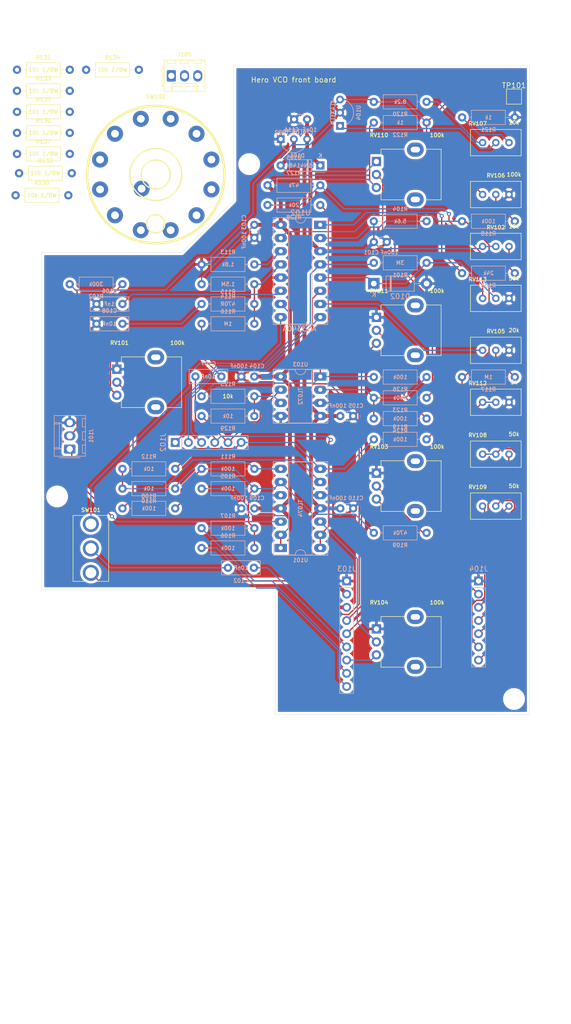
<source format=kicad_pcb>
(kicad_pcb (version 20171130) (host pcbnew 5.1.11-e4df9d881f~92~ubuntu20.04.1)
  (layers (0 F.Cu signal) (31 B.Cu signal) (34 B.Paste user) (35 F.Paste user) (36 B.SilkS user) (37 F.SilkS user) (38 B.Mask user) (39 F.Mask user) (44 Edge.Cuts user))
  (net 0 "")
  (net 1 GND)
  (net 2 -5V)
  (net 3 SYNC)
  (net 4 LIN_FM_IN)
  (net 5 +12V)
  (net 6 -12V)
  (net 7 PWMIN)
  (net 8 CV_IN)
  (net 9 V_OCT)
  (net 10 PULSE_OUT)
  (net 11 PWM_IN)
  (net 12 LIN_FM)
  (net 13 CV_NODE)
  (net 14 OCTAVE)
  (net 15 +8V_REF)
  (net 16 SAW_OUT)
  (net 17 HFT)
  (net 18 HARD_SYNC)
  (net 19 SOFT_SYNC)
  (net 20 TRIANGLE_OUT)
  (net 21 /HI_FREQ_TRACK)
  (net 22 /CENTER_FREQ)
  (net 23 /FREQ_CV)
  (net 24 /FINE_TUNE)
  (net 25 /PULSE_WIDTH)
  (net 26 /PWM)
  (net 27 LINK_OUT_FM)
  (net 28 LINK_OUT_CV)
  (net 29 LINK_OUT_PW)
  (net 30 /LIN_FM_CV)
  (net 31 V_OCT2)
  (net 32 SIN_A_W)
  (net 33 SIN_S_CCW)
  (net 34 SIN_S_W)
  (net 35 SIN_S_CW)
  (net 36 SIN_R_CCW)
  (net 37 SIN_R_W)
  (net 38 /VREF)
  (net 39 "Net-(C102-Pad1)")
  (net 40 "Net-(C106-Pad1)")
  (net 41 "Net-(C107-Pad1)")
  (net 42 "Net-(C108-Pad1)")
  (net 43 "/Octave switch/0V")
  (net 44 "/Octave switch/+8V_REF_P")
  (net 45 "/Octave switch/OCTAVE_P")
  (net 46 "Net-(R102-Pad2)")
  (net 47 "Net-(R103-Pad1)")
  (net 48 "Net-(R103-Pad2)")
  (net 49 "Net-(R104-Pad1)")
  (net 50 "Net-(R105-Pad1)")
  (net 51 "Net-(R105-Pad2)")
  (net 52 "Net-(R110-Pad1)")
  (net 53 "Net-(R110-Pad2)")
  (net 54 "Net-(R113-Pad1)")
  (net 55 "Net-(R123-Pad1)")
  (net 56 "Net-(R125-Pad1)")
  (net 57 "Net-(R125-Pad2)")
  (net 58 "Net-(R127-Pad1)")
  (net 59 "Net-(R130-Pad1)")
  (net 60 "Net-(R131-Pad1)")
  (net 61 "Net-(R132-Pad1)")
  (net 62 "Net-(R133-Pad1)")
  (net 63 "Net-(R134-Pad1)")
  (net 64 "Net-(R135-Pad1)")
  (net 65 "Net-(R136-Pad1)")
  (net 66 "Net-(SW102-Pad10)")
  (net 67 "Net-(SW102-Pad11)")
  (net 68 "Net-(SW102-Pad12)")
  (net 69 "Net-(R120-Pad2)")
  (net 70 "Net-(R121-Pad1)")
  (module herovco_panel:herovco_panel_holes (layer F.Cu) (at 180 115)
    (fp_text reference GRAF101 hide)
    (fp_text value Holes hide)
  )
  (module ao_tht:R_Axial_DIN0207_L6.3mm_D2.5mm_P10.16mm_Horizontal (layer F.Cu) (at 128.28 41.98)
    (fp_text reference R136 (at 5.08 -2.37) (layer F.SilkS) (effects (font (size 0.75 0.75))))
    (fp_text value "10k 1/8W")
    (fp_text user %V (at 5.08 0) (layer F.SilkS) (effects (font (size 0.75 0.75))))
    (pad 1 thru_hole circle (at 0 0) (size 1.6 1.6) (drill 0.8) (layers *.Cu *.Mask) (net 65 "Net-(R136-Pad1)"))
    (pad 2 thru_hole oval (at 10.16 0) (size 1.6 1.6) (drill 0.8) (layers *.Cu *.Mask) (net 64 "Net-(R135-Pad1)"))
  )
  (module ao_tht:Molex_KK-254_AE-6410-03A_1x03_P2.54mm_Vertical (layer F.Cu) (at 158 31)
    (fp_text reference J105 (at 2.54 -4.12) (layer F.SilkS) (effects (font (size 0.75 0.75))))
    (fp_text value 3_pin_Molex_connector)
    (pad 3 thru_hole oval (at 5.08 0) (size 1.74 2.2) (drill 1.2) (layers *.Cu *.Mask) (net 43 "/Octave switch/0V"))
    (pad 2 thru_hole oval (at 2.54 0) (size 1.74 2.2) (drill 1.2) (layers *.Cu *.Mask) (net 44 "/Octave switch/+8V_REF_P"))
    (pad 1 thru_hole roundrect (at 0 0) (size 1.74 2.2) (drill 1.2) (layers *.Cu *.Mask) (roundrect_rratio 0.143678) (net 45 "/Octave switch/OCTAVE_P"))
  )
  (module ao_tht:Rotary_Switch (layer F.Cu) (at 155 50)
    (fp_text reference SW102 (at 0 -15) (layer F.SilkS) (effects (font (size 0.75 0.75))))
    (fp_text value SW_Rotary12 hide)
    (pad 1 thru_hole circle (at -2.87528 10.72388) (size 3.0988 3.0988) (drill 1.50114) (layers *.Cu *.Mask) (net 43 "/Octave switch/0V"))
    (pad 2 thru_hole circle (at -7.85114 7.85114) (size 3.0988 3.0988) (drill 1.50114) (layers *.Cu *.Mask) (net 65 "Net-(R136-Pad1)"))
    (pad 3 thru_hole circle (at -10.72388 2.87528) (size 3.0988 3.0988) (drill 1.50114) (layers *.Cu *.Mask) (net 64 "Net-(R135-Pad1)"))
    (pad 4 thru_hole circle (at -10.72388 -2.87528) (size 3.0988 3.0988) (drill 1.50114) (layers *.Cu *.Mask) (net 63 "Net-(R134-Pad1)"))
    (pad 5 thru_hole circle (at -7.85114 -7.85114) (size 3.0988 3.0988) (drill 1.50114) (layers *.Cu *.Mask) (net 62 "Net-(R133-Pad1)"))
    (pad 6 thru_hole circle (at -2.87528 -10.72388) (size 3.0988 3.0988) (drill 1.50114) (layers *.Cu *.Mask) (net 61 "Net-(R132-Pad1)"))
    (pad 7 thru_hole circle (at 2.87528 -10.72388) (size 3.0988 3.0988) (drill 1.50114) (layers *.Cu *.Mask) (net 60 "Net-(R131-Pad1)"))
    (pad 8 thru_hole circle (at 7.85114 -7.85114) (size 3.0988 3.0988) (drill 1.50114) (layers *.Cu *.Mask) (net 59 "Net-(R130-Pad1)"))
    (pad 9 thru_hole circle (at 10.72388 -2.87528) (size 3.0988 3.0988) (drill 1.50114) (layers *.Cu *.Mask) (net 44 "/Octave switch/+8V_REF_P"))
    (pad 10 thru_hole circle (at 10.72388 2.87528) (size 3.0988 3.0988) (drill 1.50114) (layers *.Cu *.Mask) (net 66 "Net-(SW102-Pad10)"))
    (pad 11 thru_hole circle (at 7.85114 7.85114) (size 3.0988 3.0988) (drill 1.50114) (layers *.Cu *.Mask) (net 67 "Net-(SW102-Pad11)"))
    (pad 12 thru_hole circle (at 2.87528 10.72388) (size 3.0988 3.0988) (drill 1.50114) (layers *.Cu *.Mask) (net 68 "Net-(SW102-Pad12)"))
    (pad 13 thru_hole circle (at -2.72542 2.72542) (size 3.0988 3.0988) (drill 1.50114) (layers *.Cu *.Mask) (net 45 "/Octave switch/OCTAVE_P"))
  )
  (module ao_tht:R_Axial_DIN0207_L6.3mm_D2.5mm_P10.16mm_Horizontal (layer F.Cu) (at 128.67 49.75)
    (fp_text reference R132 (at 5.08 -2.37) (layer F.SilkS) (effects (font (size 0.75 0.75))))
    (fp_text value "10k 1/8W")
    (fp_text user %V (at 5.08 0) (layer F.SilkS) (effects (font (size 0.75 0.75))))
    (pad 1 thru_hole circle (at 0 0) (size 1.6 1.6) (drill 0.8) (layers *.Cu *.Mask) (net 61 "Net-(R132-Pad1)"))
    (pad 2 thru_hole oval (at 10.16 0) (size 1.6 1.6) (drill 0.8) (layers *.Cu *.Mask) (net 60 "Net-(R131-Pad1)"))
  )
  (module ao_tht:R_Axial_DIN0207_L6.3mm_D2.5mm_P10.16mm_Horizontal (layer F.Cu) (at 128.28 37.93)
    (fp_text reference R135 (at 5.08 -2.37) (layer F.SilkS) (effects (font (size 0.75 0.75))))
    (fp_text value "10k 1/8W")
    (fp_text user %V (at 5.08 0) (layer F.SilkS) (effects (font (size 0.75 0.75))))
    (pad 1 thru_hole circle (at 0 0) (size 1.6 1.6) (drill 0.8) (layers *.Cu *.Mask) (net 64 "Net-(R135-Pad1)"))
    (pad 2 thru_hole oval (at 10.16 0) (size 1.6 1.6) (drill 0.8) (layers *.Cu *.Mask) (net 63 "Net-(R134-Pad1)"))
  )
  (module ao_tht:R_Axial_DIN0207_L6.3mm_D2.5mm_P10.16mm_Horizontal (layer F.Cu) (at 128.28 46.03)
    (fp_text reference R137 (at 5.08 -2.37) (layer F.SilkS) (effects (font (size 0.75 0.75))))
    (fp_text value "10k 1/8W")
    (fp_text user %V (at 5.08 0) (layer F.SilkS) (effects (font (size 0.75 0.75))))
    (pad 1 thru_hole circle (at 0 0) (size 1.6 1.6) (drill 0.8) (layers *.Cu *.Mask) (net 43 "/Octave switch/0V"))
    (pad 2 thru_hole oval (at 10.16 0) (size 1.6 1.6) (drill 0.8) (layers *.Cu *.Mask) (net 65 "Net-(R136-Pad1)"))
  )
  (module ao_tht:R_Axial_DIN0207_L6.3mm_D2.5mm_P10.16mm_Horizontal (layer F.Cu) (at 128.28 33.88)
    (fp_text reference R133 (at 5.08 -2.37) (layer F.SilkS) (effects (font (size 0.75 0.75))))
    (fp_text value "10k 1/8W")
    (fp_text user %V (at 5.08 0) (layer F.SilkS) (effects (font (size 0.75 0.75))))
    (pad 1 thru_hole circle (at 0 0) (size 1.6 1.6) (drill 0.8) (layers *.Cu *.Mask) (net 62 "Net-(R133-Pad1)"))
    (pad 2 thru_hole oval (at 10.16 0) (size 1.6 1.6) (drill 0.8) (layers *.Cu *.Mask) (net 61 "Net-(R132-Pad1)"))
  )
  (module ao_tht:R_Axial_DIN0207_L6.3mm_D2.5mm_P10.16mm_Horizontal (layer F.Cu) (at 128 54)
    (fp_text reference R130 (at 5.08 -2.37) (layer F.SilkS) (effects (font (size 0.75 0.75))))
    (fp_text value "10k 1/8W")
    (fp_text user %V (at 5.08 0) (layer F.SilkS) (effects (font (size 0.75 0.75))))
    (pad 1 thru_hole circle (at 0 0) (size 1.6 1.6) (drill 0.8) (layers *.Cu *.Mask) (net 59 "Net-(R130-Pad1)"))
    (pad 2 thru_hole oval (at 10.16 0) (size 1.6 1.6) (drill 0.8) (layers *.Cu *.Mask) (net 44 "/Octave switch/+8V_REF_P"))
  )
  (module ao_tht:R_Axial_DIN0207_L6.3mm_D2.5mm_P10.16mm_Horizontal (layer F.Cu) (at 128.28 29.83)
    (fp_text reference R131 (at 5.08 -2.37) (layer F.SilkS) (effects (font (size 0.75 0.75))))
    (fp_text value "10k 1/8W")
    (fp_text user %V (at 5.08 0) (layer F.SilkS) (effects (font (size 0.75 0.75))))
    (pad 1 thru_hole circle (at 0 0) (size 1.6 1.6) (drill 0.8) (layers *.Cu *.Mask) (net 60 "Net-(R131-Pad1)"))
    (pad 2 thru_hole oval (at 10.16 0) (size 1.6 1.6) (drill 0.8) (layers *.Cu *.Mask) (net 59 "Net-(R130-Pad1)"))
  )
  (module ao_tht:R_Axial_DIN0207_L6.3mm_D2.5mm_P10.16mm_Horizontal (layer F.Cu) (at 141.59 29.83)
    (fp_text reference R134 (at 5.08 -2.37) (layer F.SilkS) (effects (font (size 0.75 0.75))))
    (fp_text value "10k 1/8W")
    (fp_text user %V (at 5.08 0) (layer F.SilkS) (effects (font (size 0.75 0.75))))
    (pad 1 thru_hole circle (at 0 0) (size 1.6 1.6) (drill 0.8) (layers *.Cu *.Mask) (net 63 "Net-(R134-Pad1)"))
    (pad 2 thru_hole oval (at 10.16 0) (size 1.6 1.6) (drill 0.8) (layers *.Cu *.Mask) (net 62 "Net-(R133-Pad1)"))
  )
  (module ao_tht:R_Axial_DIN0207_L6.3mm_D2.5mm_P10.16mm_Horizontal (layer B.Cu) (at 207.16 59 180)
    (fp_text reference R104 (at 5.08 2.37) (layer B.SilkS) (effects (font (size 0.75 0.75)) (justify mirror)))
    (fp_text value 5.6k)
    (fp_text user %V (at 5.08 0) (layer B.SilkS) (effects (font (size 0.75 0.75)) (justify mirror)))
    (pad 1 thru_hole circle (at 0 0 180) (size 1.6 1.6) (drill 0.8) (layers *.Cu *.Mask) (net 49 "Net-(R104-Pad1)"))
    (pad 2 thru_hole oval (at 10.16 0 180) (size 1.6 1.6) (drill 0.8) (layers *.Cu *.Mask) (net 2 -5V))
  )
  (module ao_tht:Potentiometer_Bourns_3296W_Vertical_screw_centered (layer F.Cu) (at 224 45)
    (fp_text reference RV107 (at -7 -4.81) (layer F.SilkS) (effects (font (size 0.75 0.75))))
    (fp_text value 10k)
    (fp_text user %V (at 0 -5) (layer F.SilkS) (effects (font (size 0.75 0.75))))
    (pad 3 thru_hole circle (at -6.04 -1.15) (size 1.44 1.44) (drill 0.8) (layers *.Cu *.Mask) (net 69 "Net-(R120-Pad2)"))
    (pad 2 thru_hole circle (at -3.5 -1.15) (size 1.44 1.44) (drill 0.8) (layers *.Cu *.Mask) (net 38 /VREF))
    (pad 1 thru_hole circle (at -0.96 -1.15) (size 1.44 1.44) (drill 0.8) (layers *.Cu *.Mask) (net 70 "Net-(R121-Pad1)"))
  )
  (module ao_tht:R_Axial_DIN0207_L6.3mm_D2.5mm_P10.16mm_Horizontal (layer B.Cu) (at 197 40)
    (fp_text reference R122 (at 5.08 2.37) (layer B.SilkS) (effects (font (size 0.75 0.75)) (justify mirror)))
    (fp_text value 1k)
    (fp_text user %V (at 5.08 0) (layer B.SilkS) (effects (font (size 0.75 0.75)) (justify mirror)))
    (pad 1 thru_hole circle (at 0 0) (size 1.6 1.6) (drill 0.8) (layers *.Cu *.Mask) (net 5 +12V))
    (pad 2 thru_hole oval (at 10.16 0) (size 1.6 1.6) (drill 0.8) (layers *.Cu *.Mask) (net 15 +8V_REF))
  )
  (module ao_tht:R_Axial_DIN0207_L6.3mm_D2.5mm_P10.16mm_Horizontal (layer B.Cu) (at 214 39)
    (fp_text reference R121 (at 5.08 2.37) (layer B.SilkS) (effects (font (size 0.75 0.75)) (justify mirror)))
    (fp_text value 1k)
    (fp_text user %V (at 5.08 0) (layer B.SilkS) (effects (font (size 0.75 0.75)) (justify mirror)))
    (pad 1 thru_hole circle (at 0 0) (size 1.6 1.6) (drill 0.8) (layers *.Cu *.Mask) (net 70 "Net-(R121-Pad1)"))
    (pad 2 thru_hole oval (at 10.16 0) (size 1.6 1.6) (drill 0.8) (layers *.Cu *.Mask) (net 1 GND))
  )
  (module ao_tht:R_Axial_DIN0207_L6.3mm_D2.5mm_P10.16mm_Horizontal (layer B.Cu) (at 197 36)
    (fp_text reference R120 (at 5.08 2.37) (layer B.SilkS) (effects (font (size 0.75 0.75)) (justify mirror)))
    (fp_text value 8.2k)
    (fp_text user %V (at 5.08 0) (layer B.SilkS) (effects (font (size 0.75 0.75)) (justify mirror)))
    (pad 1 thru_hole circle (at 0 0) (size 1.6 1.6) (drill 0.8) (layers *.Cu *.Mask) (net 15 +8V_REF))
    (pad 2 thru_hole oval (at 10.16 0) (size 1.6 1.6) (drill 0.8) (layers *.Cu *.Mask) (net 69 "Net-(R120-Pad2)"))
  )
  (module ao_tht:R_Axial_DIN0207_L6.3mm_D2.5mm_P10.16mm_Horizontal (layer B.Cu) (at 173.99 118.11 180)
    (fp_text reference R107 (at 5.08 2.37) (layer B.SilkS) (effects (font (size 0.75 0.75)) (justify mirror)))
    (fp_text value 100k)
    (fp_text user %V (at 5.08 0) (layer B.SilkS) (effects (font (size 0.75 0.75)) (justify mirror)))
    (pad 1 thru_hole circle (at 0 0 180) (size 1.6 1.6) (drill 0.8) (layers *.Cu *.Mask) (net 50 "Net-(R105-Pad1)"))
    (pad 2 thru_hole oval (at 10.16 0 180) (size 1.6 1.6) (drill 0.8) (layers *.Cu *.Mask) (net 31 V_OCT2))
  )
  (module ao_tht:R_Axial_DIN0207_L6.3mm_D2.5mm_P10.16mm_Horizontal (layer B.Cu) (at 173.99 121.92 180)
    (fp_text reference R106 (at 5.08 2.37) (layer B.SilkS) (effects (font (size 0.75 0.75)) (justify mirror)))
    (fp_text value 100k)
    (fp_text user %V (at 5.08 0) (layer B.SilkS) (effects (font (size 0.75 0.75)) (justify mirror)))
    (pad 1 thru_hole circle (at 0 0 180) (size 1.6 1.6) (drill 0.8) (layers *.Cu *.Mask) (net 50 "Net-(R105-Pad1)"))
    (pad 2 thru_hole oval (at 10.16 0 180) (size 1.6 1.6) (drill 0.8) (layers *.Cu *.Mask) (net 9 V_OCT))
  )
  (module ao_tht:C_Disc_D3.0mm_W1.6mm_P2.50mm (layer B.Cu) (at 181.65 39.37)
    (fp_text reference C111 (at -0.5 2) (layer B.SilkS) (effects (font (size 0.75 0.75)) (justify mirror)))
    (fp_text value 10nF)
    (fp_text user %V (at 3 2) (layer B.SilkS) (effects (font (size 0.75 0.75)) (justify mirror)))
    (pad 2 thru_hole circle (at 2.5 0) (size 1.6 1.6) (drill 0.8) (layers *.Cu *.Mask) (net 2 -5V))
    (pad 1 thru_hole circle (at 0 0) (size 1.6 1.6) (drill 0.8) (layers *.Cu *.Mask) (net 1 GND))
  )
  (module ao_tht:C_Disc_D3.0mm_W1.6mm_P2.50mm (layer B.Cu) (at 197 63)
    (fp_text reference C101 (at -0.5 2) (layer B.SilkS) (effects (font (size 0.75 0.75)) (justify mirror)))
    (fp_text value 100nF)
    (fp_text user %V (at 3 2) (layer B.SilkS) (effects (font (size 0.75 0.75)) (justify mirror)))
    (pad 2 thru_hole circle (at 2.5 0) (size 1.6 1.6) (drill 0.8) (layers *.Cu *.Mask) (net 1 GND))
    (pad 1 thru_hole circle (at 0 0) (size 1.6 1.6) (drill 0.8) (layers *.Cu *.Mask) (net 2 -5V))
  )
  (module ao_tht:TO-92_Inline_Wide (layer B.Cu) (at 190.5 40.64 90)
    (fp_text reference U104 (at 2.54 3.56 90) (layer B.SilkS) (effects (font (size 0.75 0.75)) (justify mirror)))
    (fp_text value TL431LP)
    (fp_text user %V (at 2.54 -1.27 90) (layer B.SilkS) (effects (font (size 0.75 0.75)) (justify mirror)))
    (pad 1 thru_hole rect (at 0 0) (size 1.5 1.5) (drill 0.8) (layers *.Cu *.Mask) (net 38 /VREF))
    (pad 3 thru_hole circle (at 5.08 0) (size 1.5 1.5) (drill 0.8) (layers *.Cu *.Mask) (net 15 +8V_REF))
    (pad 2 thru_hole circle (at 2.54 0) (size 1.5 1.5) (drill 0.8) (layers *.Cu *.Mask) (net 1 GND))
  )
  (module TestPoint:TestPoint_Pad_2.5x2.5mm (layer F.Cu) (at 224 35)
    (fp_text reference TP101 (at 0 -2.148) (layer F.SilkS))
    (fp_text value TestPoint)
    (pad 1 smd rect (at 0 0) (size 2.5 2.5) (layers F.Cu F.Mask) (net 15 +8V_REF))
  )
  (module ao_tht:Potentiometer_Bourns_3296W_Vertical_screw_centered (layer F.Cu) (at 224 95)
    (fp_text reference RV112 (at -7 -4.81) (layer F.SilkS) (effects (font (size 0.75 0.75))))
    (fp_text value 5k)
    (fp_text user %V (at 0 -5) (layer F.SilkS) (effects (font (size 0.75 0.75))))
    (pad 3 thru_hole circle (at -6.04 -1.15) (size 1.44 1.44) (drill 0.8) (layers *.Cu *.Mask) (net 32 SIN_A_W))
    (pad 2 thru_hole circle (at -3.5 -1.15) (size 1.44 1.44) (drill 0.8) (layers *.Cu *.Mask) (net 32 SIN_A_W))
    (pad 1 thru_hole circle (at -0.96 -1.15) (size 1.44 1.44) (drill 0.8) (layers *.Cu *.Mask) (net 1 GND))
  )
  (module ao_tht:Potentiometer_Bourns_3296W_Vertical_screw_centered (layer F.Cu) (at 224 115)
    (fp_text reference RV109 (at -7 -4.81) (layer F.SilkS) (effects (font (size 0.75 0.75))))
    (fp_text value 50k)
    (fp_text user %V (at 0 -5) (layer F.SilkS) (effects (font (size 0.75 0.75))))
    (pad 3 thru_hole circle (at -6.04 -1.15) (size 1.44 1.44) (drill 0.8) (layers *.Cu *.Mask) (net 35 SIN_S_CW))
    (pad 2 thru_hole circle (at -3.5 -1.15) (size 1.44 1.44) (drill 0.8) (layers *.Cu *.Mask) (net 34 SIN_S_W))
    (pad 1 thru_hole circle (at -0.96 -1.15) (size 1.44 1.44) (drill 0.8) (layers *.Cu *.Mask) (net 33 SIN_S_CCW))
  )
  (module ao_tht:Potentiometer_Bourns_3296W_Vertical_screw_centered (layer F.Cu) (at 224 105)
    (fp_text reference RV108 (at -7 -4.81) (layer F.SilkS) (effects (font (size 0.75 0.75))))
    (fp_text value 50k)
    (fp_text user %V (at 0 -5) (layer F.SilkS) (effects (font (size 0.75 0.75))))
    (pad 3 thru_hole circle (at -6.04 -1.15) (size 1.44 1.44) (drill 0.8) (layers *.Cu *.Mask) (net 37 SIN_R_W))
    (pad 2 thru_hole circle (at -3.5 -1.15) (size 1.44 1.44) (drill 0.8) (layers *.Cu *.Mask) (net 37 SIN_R_W))
    (pad 1 thru_hole circle (at -0.96 -1.15) (size 1.44 1.44) (drill 0.8) (layers *.Cu *.Mask) (net 36 SIN_R_CCW))
  )
  (module ao_tht:MountingHole_3.2mm_M3 (layer F.Cu) (at 224 151)
    (fp_text reference H103 hide)
    (fp_text value MountingHole)
    (pad 1 np_thru_hole circle (at 0 0) (size 3.2 3.2) (drill 3.2) (layers *.Cu *.Mask))
  )
  (module ao_tht:MountingHole_3.2mm_M3 (layer F.Cu) (at 136 112)
    (fp_text reference H102 hide)
    (fp_text value MountingHole)
    (pad 1 np_thru_hole circle (at 0 0) (size 3.2 3.2) (drill 3.2) (layers *.Cu *.Mask))
  )
  (module ao_tht:MountingHole_3.2mm_M3 (layer F.Cu) (at 173 48)
    (fp_text reference H101 hide)
    (fp_text value MountingHole)
    (pad 1 np_thru_hole circle (at 0 0) (size 3.2 3.2) (drill 3.2) (layers *.Cu *.Mask))
  )
  (module Connector_PinHeader_2.54mm:PinHeader_1x06_P2.54mm_Vertical (layer B.Cu) (at 158.75 101.6 270)
    (fp_text reference J102 (at 0 2.33 90) (layer B.SilkS) (effects (justify mirror)))
    (fp_text value Conn_01x06)
    (pad 6 thru_hole oval (at 0 -12.7 270) (size 1.7 1.7) (drill 1) (layers *.Cu *.Mask) (net 28 LINK_OUT_CV))
    (pad 5 thru_hole oval (at 0 -10.16 270) (size 1.7 1.7) (drill 1) (layers *.Cu *.Mask) (net 29 LINK_OUT_PW))
    (pad 4 thru_hole oval (at 0 -7.62 270) (size 1.7 1.7) (drill 1) (layers *.Cu *.Mask) (net 27 LINK_OUT_FM))
    (pad 3 thru_hole oval (at 0 -5.08 270) (size 1.7 1.7) (drill 1) (layers *.Cu *.Mask) (net 16 SAW_OUT))
    (pad 2 thru_hole oval (at 0 -2.54 270) (size 1.7 1.7) (drill 1) (layers *.Cu *.Mask) (net 10 PULSE_OUT))
    (pad 1 thru_hole rect (at 0 0 270) (size 1.7 1.7) (drill 1) (layers *.Cu *.Mask) (net 20 TRIANGLE_OUT))
  )
  (module ao_tht:TO-92_Inline_Wide (layer B.Cu) (at 179.07 43.18)
    (fp_text reference U105 (at 2.54 3.56 180) (layer B.SilkS) (effects (font (size 0.75 0.75)) (justify mirror)))
    (fp_text value L79L05_TO92)
    (fp_text user %V (at 2.54 -1.27 180) (layer B.SilkS) (effects (font (size 0.75 0.75)) (justify mirror)))
    (pad 1 thru_hole rect (at 0 0 270) (size 1.5 1.5) (drill 0.8) (layers *.Cu *.Mask) (net 1 GND))
    (pad 3 thru_hole circle (at 5.08 0 270) (size 1.5 1.5) (drill 0.8) (layers *.Cu *.Mask) (net 2 -5V))
    (pad 2 thru_hole circle (at 2.54 0 270) (size 1.5 1.5) (drill 0.8) (layers *.Cu *.Mask) (net 6 -12V))
  )
  (module Connector_PinHeader_2.54mm:PinHeader_1x09_P2.54mm_Vertical (layer B.Cu) (at 191.77 128.27 180)
    (fp_text reference J103 (at 0 2.33) (layer B.SilkS) (effects (justify mirror)))
    (fp_text value Conn_01x09)
    (pad 9 thru_hole oval (at 0 -20.32 180) (size 1.7 1.7) (drill 1) (layers *.Cu *.Mask) (net 9 V_OCT))
    (pad 8 thru_hole oval (at 0 -17.78 180) (size 1.7 1.7) (drill 1) (layers *.Cu *.Mask) (net 31 V_OCT2))
    (pad 7 thru_hole oval (at 0 -15.24 180) (size 1.7 1.7) (drill 1) (layers *.Cu *.Mask) (net 4 LIN_FM_IN))
    (pad 6 thru_hole oval (at 0 -12.7 180) (size 1.7 1.7) (drill 1) (layers *.Cu *.Mask) (net 3 SYNC))
    (pad 5 thru_hole oval (at 0 -10.16 180) (size 1.7 1.7) (drill 1) (layers *.Cu *.Mask) (net 8 CV_IN))
    (pad 4 thru_hole oval (at 0 -7.62 180) (size 1.7 1.7) (drill 1) (layers *.Cu *.Mask) (net 7 PWMIN))
    (pad 3 thru_hole oval (at 0 -5.08 180) (size 1.7 1.7) (drill 1) (layers *.Cu *.Mask) (net 5 +12V))
    (pad 2 thru_hole oval (at 0 -2.54 180) (size 1.7 1.7) (drill 1) (layers *.Cu *.Mask) (net 6 -12V))
    (pad 1 thru_hole rect (at 0 0 180) (size 1.7 1.7) (drill 1) (layers *.Cu *.Mask) (net 1 GND))
  )
  (module ao_tht:D_DO-35_SOD27_P7.62mm_Horizontal (layer B.Cu) (at 186.69 48.26 180)
    (fp_text reference D101 (at 4.445 1.905) (layer B.SilkS) (effects (font (size 0.75 0.75)) (justify mirror)))
    (fp_text value 1N4148)
    (fp_text user K (at 0 1.905) (layer B.SilkS) (effects (font (size 0.75 0.75)) (justify mirror)))
    (fp_text user %V (at 3.81 0) (layer B.SilkS) (effects (font (size 0.75 0.75)) (justify mirror)))
    (pad 2 thru_hole oval (at 7.62 0 180) (size 1.6 1.6) (drill 0.8) (layers *.Cu *.Mask) (net 6 -12V))
    (pad 1 thru_hole rect (at 0 0 180) (size 1.6 1.6) (drill 0.8) (layers *.Cu *.Mask) (net 2 -5V))
  )
  (module Connector_PinHeader_2.54mm:PinHeader_1x07_P2.54mm_Vertical (layer B.Cu) (at 217.17 128.27 180)
    (fp_text reference J104 (at 0 2.33) (layer B.SilkS) (effects (justify mirror)))
    (fp_text value Conn_01x07)
    (pad 7 thru_hole oval (at 0 -15.24 180) (size 1.7 1.7) (drill 1) (layers *.Cu *.Mask) (net 37 SIN_R_W))
    (pad 6 thru_hole oval (at 0 -12.7 180) (size 1.7 1.7) (drill 1) (layers *.Cu *.Mask) (net 35 SIN_S_CW))
    (pad 5 thru_hole oval (at 0 -10.16 180) (size 1.7 1.7) (drill 1) (layers *.Cu *.Mask) (net 34 SIN_S_W))
    (pad 4 thru_hole oval (at 0 -7.62 180) (size 1.7 1.7) (drill 1) (layers *.Cu *.Mask) (net 33 SIN_S_CCW))
    (pad 3 thru_hole oval (at 0 -5.08 180) (size 1.7 1.7) (drill 1) (layers *.Cu *.Mask) (net 36 SIN_R_CCW))
    (pad 2 thru_hole oval (at 0 -2.54 180) (size 1.7 1.7) (drill 1) (layers *.Cu *.Mask) (net 32 SIN_A_W))
    (pad 1 thru_hole rect (at 0 0 180) (size 1.7 1.7) (drill 1) (layers *.Cu *.Mask) (net 1 GND))
  )
  (module ao_tht:Potentiometer_Alpha_RD901F-40-00D_Single_Vertical_centered (layer F.Cu) (at 205 80)
    (fp_text reference RV111 (at -6.992 -7.58 180) (layer F.SilkS) (effects (font (size 0.75 0.75))))
    (fp_text value 100k)
    (fp_text user %V (at 4.184 -7.58) (layer F.SilkS) (effects (font (size 0.75 0.75))))
    (pad "" thru_hole oval (at 0 -4.8 90) (size 2.72 3.24) (drill oval 1.1 1.8) (layers *.Cu *.Mask))
    (pad "" thru_hole oval (at 0 4.8 90) (size 2.72 3.24) (drill oval 1.1 1.8) (layers *.Cu *.Mask))
    (pad 3 thru_hole circle (at -7.5 2.5 90) (size 1.8 1.8) (drill 1) (layers *.Cu *.Mask) (net 7 PWMIN))
    (pad 2 thru_hole circle (at -7.5 0 90) (size 1.8 1.8) (drill 1) (layers *.Cu *.Mask) (net 26 /PWM))
    (pad 1 thru_hole rect (at -7.5 -2.5 90) (size 1.8 1.8) (drill 1) (layers *.Cu *.Mask) (net 1 GND))
  )
  (module ao_tht:Potentiometer_Alpha_RD901F-40-00D_Single_Vertical_centered (layer F.Cu) (at 205 50)
    (fp_text reference RV110 (at -6.992 -7.58 180) (layer F.SilkS) (effects (font (size 0.75 0.75))))
    (fp_text value 100k)
    (fp_text user %V (at 4.184 -7.58) (layer F.SilkS) (effects (font (size 0.75 0.75))))
    (pad "" thru_hole oval (at 0 -4.8 90) (size 2.72 3.24) (drill oval 1.1 1.8) (layers *.Cu *.Mask))
    (pad "" thru_hole oval (at 0 4.8 90) (size 2.72 3.24) (drill oval 1.1 1.8) (layers *.Cu *.Mask))
    (pad 3 thru_hole circle (at -7.5 2.5 90) (size 1.8 1.8) (drill 1) (layers *.Cu *.Mask) (net 5 +12V))
    (pad 2 thru_hole circle (at -7.5 0 90) (size 1.8 1.8) (drill 1) (layers *.Cu *.Mask) (net 25 /PULSE_WIDTH))
    (pad 1 thru_hole rect (at -7.5 -2.5 90) (size 1.8 1.8) (drill 1) (layers *.Cu *.Mask) (net 6 -12V))
  )
  (module ao_tht:Potentiometer_Alpha_RD901F-40-00D_Single_Vertical_centered (layer F.Cu) (at 205 140)
    (fp_text reference RV104 (at -6.992 -7.58 180) (layer F.SilkS) (effects (font (size 0.75 0.75))))
    (fp_text value 100k)
    (fp_text user %V (at 4.184 -7.58) (layer F.SilkS) (effects (font (size 0.75 0.75))))
    (pad "" thru_hole oval (at 0 -4.8 90) (size 2.72 3.24) (drill oval 1.1 1.8) (layers *.Cu *.Mask))
    (pad "" thru_hole oval (at 0 4.8 90) (size 2.72 3.24) (drill oval 1.1 1.8) (layers *.Cu *.Mask))
    (pad 3 thru_hole circle (at -7.5 2.5 90) (size 1.8 1.8) (drill 1) (layers *.Cu *.Mask) (net 4 LIN_FM_IN))
    (pad 2 thru_hole circle (at -7.5 0 90) (size 1.8 1.8) (drill 1) (layers *.Cu *.Mask) (net 30 /LIN_FM_CV))
    (pad 1 thru_hole rect (at -7.5 -2.5 90) (size 1.8 1.8) (drill 1) (layers *.Cu *.Mask) (net 1 GND))
  )
  (module ao_tht:Potentiometer_Alpha_RD901F-40-00D_Single_Vertical_centered (layer F.Cu) (at 205 110)
    (fp_text reference RV103 (at -6.992 -7.58 180) (layer F.SilkS) (effects (font (size 0.75 0.75))))
    (fp_text value 100k)
    (fp_text user %V (at 4.184 -7.58) (layer F.SilkS) (effects (font (size 0.75 0.75))))
    (pad "" thru_hole oval (at 0 -4.8 90) (size 2.72 3.24) (drill oval 1.1 1.8) (layers *.Cu *.Mask))
    (pad "" thru_hole oval (at 0 4.8 90) (size 2.72 3.24) (drill oval 1.1 1.8) (layers *.Cu *.Mask))
    (pad 3 thru_hole circle (at -7.5 2.5 90) (size 1.8 1.8) (drill 1) (layers *.Cu *.Mask) (net 8 CV_IN))
    (pad 2 thru_hole circle (at -7.5 0 90) (size 1.8 1.8) (drill 1) (layers *.Cu *.Mask) (net 23 /FREQ_CV))
    (pad 1 thru_hole rect (at -7.5 -2.5 90) (size 1.8 1.8) (drill 1) (layers *.Cu *.Mask) (net 1 GND))
  )
  (module ao_tht:Potentiometer_Alpha_RD901F-40-00D_Single_Vertical_centered (layer F.Cu) (at 155 90)
    (fp_text reference RV101 (at -6.992 -7.58 180) (layer F.SilkS) (effects (font (size 0.75 0.75))))
    (fp_text value 100k)
    (fp_text user %V (at 4.184 -7.58) (layer F.SilkS) (effects (font (size 0.75 0.75))))
    (pad "" thru_hole oval (at 0 -4.8 90) (size 2.72 3.24) (drill oval 1.1 1.8) (layers *.Cu *.Mask))
    (pad "" thru_hole oval (at 0 4.8 90) (size 2.72 3.24) (drill oval 1.1 1.8) (layers *.Cu *.Mask))
    (pad 3 thru_hole circle (at -7.5 2.5 90) (size 1.8 1.8) (drill 1) (layers *.Cu *.Mask) (net 46 "Net-(R102-Pad2)"))
    (pad 2 thru_hole circle (at -7.5 0 90) (size 1.8 1.8) (drill 1) (layers *.Cu *.Mask) (net 24 /FINE_TUNE))
    (pad 1 thru_hole rect (at -7.5 -2.5 90) (size 1.8 1.8) (drill 1) (layers *.Cu *.Mask) (net 1 GND))
  )
  (module ao_tht:C_Rect_L7.2mm_W2.5mm_P5.00mm_FKS2_FKP2_MKS2_MKP2 (layer B.Cu) (at 148.59 78.74 180)
    (fp_text reference C108 (at 2.5 2.5) (layer B.SilkS) (effects (font (size 0.75 0.75)) (justify mirror)))
    (fp_text value 10nF)
    (fp_text user %V (at 2.54 0) (layer B.SilkS) (effects (font (size 0.75 0.75)) (justify mirror)))
    (pad 2 thru_hole circle (at 5 0 180) (size 1.6 1.6) (drill 0.8) (layers *.Cu *.Mask) (net 1 GND))
    (pad 1 thru_hole circle (at 0 0 180) (size 1.6 1.6) (drill 0.8) (layers *.Cu *.Mask) (net 42 "Net-(C108-Pad1)"))
  )
  (module ao_tht:C_Rect_L7.2mm_W2.5mm_P5.00mm_FKS2_FKP2_MKS2_MKP2 (layer B.Cu) (at 148.59 74.93 180)
    (fp_text reference C106 (at 2.5 2.5) (layer B.SilkS) (effects (font (size 0.75 0.75)) (justify mirror)))
    (fp_text value 1nF)
    (fp_text user %V (at 2.54 0) (layer B.SilkS) (effects (font (size 0.75 0.75)) (justify mirror)))
    (pad 2 thru_hole circle (at 5 0 180) (size 1.6 1.6) (drill 0.8) (layers *.Cu *.Mask) (net 1 GND))
    (pad 1 thru_hole circle (at 0 0 180) (size 1.6 1.6) (drill 0.8) (layers *.Cu *.Mask) (net 40 "Net-(C106-Pad1)"))
  )
  (module ao_tht:C_Rect_L7.2mm_W2.5mm_P5.00mm_FKS2_FKP2_MKS2_MKP2 (layer B.Cu) (at 167.64 88.9 180)
    (fp_text reference C107 (at 2.5 2.5) (layer B.SilkS) (effects (font (size 0.75 0.75)) (justify mirror)))
    (fp_text value 10nF)
    (fp_text user %V (at 2.54 0) (layer B.SilkS) (effects (font (size 0.75 0.75)) (justify mirror)))
    (pad 2 thru_hole circle (at 5 0 180) (size 1.6 1.6) (drill 0.8) (layers *.Cu *.Mask) (net 27 LINK_OUT_FM))
    (pad 1 thru_hole circle (at 0 0 180) (size 1.6 1.6) (drill 0.8) (layers *.Cu *.Mask) (net 41 "Net-(C107-Pad1)"))
  )
  (module ao_tht:DIP-8_W7.62mm_Socket_LongPads (layer B.Cu) (at 186.69 88.9 180)
    (fp_text reference U103 (at 3.81 2.33) (layer B.SilkS) (effects (font (size 0.75 0.75)) (justify mirror)))
    (fp_text value TL072)
    (fp_text user %V (at 3.81 -3.81 -90) (layer B.SilkS) (effects (font (size 0.75 0.75)) (justify mirror)))
    (pad 8 thru_hole oval (at 7.62 0 180) (size 2.4 1.6) (drill 0.8) (layers *.Cu *.Mask) (net 5 +12V))
    (pad 4 thru_hole oval (at 0 -7.62 180) (size 2.4 1.6) (drill 0.8) (layers *.Cu *.Mask) (net 6 -12V))
    (pad 7 thru_hole oval (at 7.62 -2.54 180) (size 2.4 1.6) (drill 0.8) (layers *.Cu *.Mask) (net 29 LINK_OUT_PW))
    (pad 3 thru_hole oval (at 0 -5.08 180) (size 2.4 1.6) (drill 0.8) (layers *.Cu *.Mask) (net 1 GND))
    (pad 6 thru_hole oval (at 7.62 -5.08 180) (size 2.4 1.6) (drill 0.8) (layers *.Cu *.Mask) (net 56 "Net-(R125-Pad1)"))
    (pad 2 thru_hole oval (at 0 -2.54 180) (size 2.4 1.6) (drill 0.8) (layers *.Cu *.Mask) (net 55 "Net-(R123-Pad1)"))
    (pad 5 thru_hole oval (at 7.62 -7.62 180) (size 2.4 1.6) (drill 0.8) (layers *.Cu *.Mask) (net 1 GND))
    (pad 1 thru_hole rect (at 0 0 180) (size 2.4 1.6) (drill 0.8) (layers *.Cu *.Mask) (net 57 "Net-(R125-Pad2)"))
  )
  (module ao_tht:DIP-14_W7.62mm_Socket_LongPads (layer B.Cu) (at 179.07 121.92)
    (fp_text reference U101 (at 3.81 2.33) (layer B.SilkS) (effects (font (size 0.75 0.75)) (justify mirror)))
    (fp_text value TL074)
    (fp_text user %V (at 3.81 -7.62 -90) (layer B.SilkS) (effects (font (size 0.75 0.75)) (justify mirror)))
    (pad 14 thru_hole oval (at 7.62 0) (size 2.4 1.6) (drill 0.8) (layers *.Cu *.Mask) (net 27 LINK_OUT_FM))
    (pad 7 thru_hole oval (at 0 -15.24) (size 2.4 1.6) (drill 0.8) (layers *.Cu *.Mask) (net 53 "Net-(R110-Pad2)"))
    (pad 13 thru_hole oval (at 7.62 -2.54) (size 2.4 1.6) (drill 0.8) (layers *.Cu *.Mask) (net 27 LINK_OUT_FM))
    (pad 6 thru_hole oval (at 0 -12.7) (size 2.4 1.6) (drill 0.8) (layers *.Cu *.Mask) (net 50 "Net-(R105-Pad1)"))
    (pad 12 thru_hole oval (at 7.62 -5.08) (size 2.4 1.6) (drill 0.8) (layers *.Cu *.Mask) (net 30 /LIN_FM_CV))
    (pad 5 thru_hole oval (at 0 -10.16) (size 2.4 1.6) (drill 0.8) (layers *.Cu *.Mask) (net 1 GND))
    (pad 11 thru_hole oval (at 7.62 -7.62) (size 2.4 1.6) (drill 0.8) (layers *.Cu *.Mask) (net 6 -12V))
    (pad 4 thru_hole oval (at 0 -7.62) (size 2.4 1.6) (drill 0.8) (layers *.Cu *.Mask) (net 5 +12V))
    (pad 10 thru_hole oval (at 7.62 -10.16) (size 2.4 1.6) (drill 0.8) (layers *.Cu *.Mask) (net 1 GND))
    (pad 3 thru_hole oval (at 0 -5.08) (size 2.4 1.6) (drill 0.8) (layers *.Cu *.Mask) (net 14 OCTAVE))
    (pad 9 thru_hole oval (at 7.62 -12.7) (size 2.4 1.6) (drill 0.8) (layers *.Cu *.Mask) (net 52 "Net-(R110-Pad1)"))
    (pad 2 thru_hole oval (at 0 -2.54) (size 2.4 1.6) (drill 0.8) (layers *.Cu *.Mask) (net 51 "Net-(R105-Pad2)"))
    (pad 8 thru_hole oval (at 7.62 -15.24) (size 2.4 1.6) (drill 0.8) (layers *.Cu *.Mask) (net 28 LINK_OUT_CV))
    (pad 1 thru_hole rect (at 0 0) (size 2.4 1.6) (drill 0.8) (layers *.Cu *.Mask) (net 51 "Net-(R105-Pad2)"))
  )
  (module ao_tht:SPDT-toggle-switch-1M-series (layer F.Cu) (at 142.5 122)
    (fp_text reference SW101 (at 0 -7.4) (layer F.SilkS) (effects (font (size 0.75 0.75))))
    (fp_text value SW_SPDT_MSM)
    (pad 1 thru_hole circle (at 0 4.7) (size 3.1 3.1) (drill 2.1) (layers *.Cu *.Mask) (net 18 HARD_SYNC))
    (pad 3 thru_hole circle (at 0 -4.7) (size 3.1 3.1) (drill 2.1) (layers *.Cu *.Mask) (net 19 SOFT_SYNC))
    (pad 2 thru_hole circle (at 0 0) (size 3.1 3.1) (drill 2.1) (layers *.Cu *.Mask) (net 39 "Net-(C102-Pad1)"))
  )
  (module ao_tht:Potentiometer_Bourns_3296W_Vertical_screw_centered (layer F.Cu) (at 224 75)
    (fp_text reference RV113 (at -7 -4.81) (layer F.SilkS) (effects (font (size 0.75 0.75))))
    (fp_text value 50k)
    (fp_text user %V (at 0 -5) (layer F.SilkS) (effects (font (size 0.75 0.75))))
    (pad 3 thru_hole circle (at -6.04 -1.15) (size 1.44 1.44) (drill 0.8) (layers *.Cu *.Mask) (net 58 "Net-(R127-Pad1)"))
    (pad 2 thru_hole circle (at -3.5 -1.15) (size 1.44 1.44) (drill 0.8) (layers *.Cu *.Mask) (net 11 PWM_IN))
    (pad 1 thru_hole circle (at -0.96 -1.15) (size 1.44 1.44) (drill 0.8) (layers *.Cu *.Mask) (net 1 GND))
  )
  (module ao_tht:R_Axial_DIN0207_L6.3mm_D2.5mm_P10.16mm_Horizontal (layer B.Cu) (at 138.43 71.12)
    (fp_text reference R102 (at 5.08 2.37) (layer B.SilkS) (effects (font (size 0.75 0.75)) (justify mirror)))
    (fp_text value 300k)
    (fp_text user %V (at 5.08 0) (layer B.SilkS) (effects (font (size 0.75 0.75)) (justify mirror)))
    (pad 1 thru_hole circle (at 0 0) (size 1.6 1.6) (drill 0.8) (layers *.Cu *.Mask) (net 15 +8V_REF))
    (pad 2 thru_hole oval (at 10.16 0) (size 1.6 1.6) (drill 0.8) (layers *.Cu *.Mask) (net 46 "Net-(R102-Pad2)"))
  )
  (module ao_tht:R_Axial_DIN0207_L6.3mm_D2.5mm_P10.16mm_Horizontal (layer B.Cu) (at 163.83 96.52)
    (fp_text reference R129 (at 5.08 2.37) (layer B.SilkS) (effects (font (size 0.75 0.75)) (justify mirror)))
    (fp_text value 10k)
    (fp_text user %V (at 5.08 0) (layer B.SilkS) (effects (font (size 0.75 0.75)) (justify mirror)))
    (pad 1 thru_hole circle (at 0 0) (size 1.6 1.6) (drill 0.8) (layers *.Cu *.Mask) (net 29 LINK_OUT_PW))
    (pad 2 thru_hole oval (at 10.16 0) (size 1.6 1.6) (drill 0.8) (layers *.Cu *.Mask) (net 56 "Net-(R125-Pad1)"))
  )
  (module ao_tht:R_Axial_DIN0207_L6.3mm_D2.5mm_P10.16mm_Horizontal (layer B.Cu) (at 173.99 78.74 180)
    (fp_text reference R116 (at 5.08 2.37) (layer B.SilkS) (effects (font (size 0.75 0.75)) (justify mirror)))
    (fp_text value 1M)
    (fp_text user %V (at 5.08 0) (layer B.SilkS) (effects (font (size 0.75 0.75)) (justify mirror)))
    (pad 1 thru_hole circle (at 0 0 180) (size 1.6 1.6) (drill 0.8) (layers *.Cu *.Mask) (net 12 LIN_FM))
    (pad 2 thru_hole oval (at 10.16 0 180) (size 1.6 1.6) (drill 0.8) (layers *.Cu *.Mask) (net 41 "Net-(C107-Pad1)"))
  )
  (module ao_tht:R_Axial_DIN0207_L6.3mm_D2.5mm_P10.16mm_Horizontal (layer B.Cu) (at 176.53 55.88)
    (fp_text reference R128 (at 5.08 2.37) (layer B.SilkS) (effects (font (size 0.75 0.75)) (justify mirror)))
    (fp_text value 20k)
    (fp_text user %V (at 5.08 0) (layer B.SilkS) (effects (font (size 0.75 0.75)) (justify mirror)))
    (pad 1 thru_hole circle (at 0 0) (size 1.6 1.6) (drill 0.8) (layers *.Cu *.Mask) (net 58 "Net-(R127-Pad1)"))
    (pad 2 thru_hole oval (at 10.16 0) (size 1.6 1.6) (drill 0.8) (layers *.Cu *.Mask) (net 57 "Net-(R125-Pad2)"))
  )
  (module ao_tht:R_Axial_DIN0207_L6.3mm_D2.5mm_P10.16mm_Horizontal (layer B.Cu) (at 186.69 52.07 180)
    (fp_text reference R127 (at 5.08 2.37) (layer B.SilkS) (effects (font (size 0.75 0.75)) (justify mirror)))
    (fp_text value 47k)
    (fp_text user %V (at 5.08 0) (layer B.SilkS) (effects (font (size 0.75 0.75)) (justify mirror)))
    (pad 1 thru_hole circle (at 0 0 180) (size 1.6 1.6) (drill 0.8) (layers *.Cu *.Mask) (net 58 "Net-(R127-Pad1)"))
    (pad 2 thru_hole oval (at 10.16 0 180) (size 1.6 1.6) (drill 0.8) (layers *.Cu *.Mask) (net 5 +12V))
  )
  (module ao_tht:R_Axial_DIN0207_L6.3mm_D2.5mm_P10.16mm_Horizontal (layer B.Cu) (at 173.99 92.71 180)
    (fp_text reference R125 (at 5.08 2.37) (layer B.SilkS) (effects (font (size 0.75 0.75)) (justify mirror)))
    (fp_text value 10k)
    (fp_text user %V (at 5.08 0) (layer F.SilkS) (effects (font (size 0.75 0.75))))
    (pad 1 thru_hole circle (at 0 0 180) (size 1.6 1.6) (drill 0.8) (layers *.Cu *.Mask) (net 56 "Net-(R125-Pad1)"))
    (pad 2 thru_hole oval (at 10.16 0 180) (size 1.6 1.6) (drill 0.8) (layers *.Cu *.Mask) (net 57 "Net-(R125-Pad2)"))
  )
  (module ao_tht:R_Axial_DIN0207_L6.3mm_D2.5mm_P10.16mm_Horizontal (layer B.Cu) (at 207.16 101 180)
    (fp_text reference R119 (at 5.08 2.37) (layer B.SilkS) (effects (font (size 0.75 0.75)) (justify mirror)))
    (fp_text value 100k)
    (fp_text user %V (at 5.08 0) (layer B.SilkS) (effects (font (size 0.75 0.75)) (justify mirror)))
    (pad 1 thru_hole circle (at 0 0 180) (size 1.6 1.6) (drill 0.8) (layers *.Cu *.Mask) (net 13 CV_NODE))
    (pad 2 thru_hole oval (at 10.16 0 180) (size 1.6 1.6) (drill 0.8) (layers *.Cu *.Mask) (net 28 LINK_OUT_CV))
  )
  (module ao_tht:R_Axial_DIN0207_L6.3mm_D2.5mm_P10.16mm_Horizontal (layer B.Cu) (at 158.75 106.68 180)
    (fp_text reference R112 (at 5.08 2.37) (layer B.SilkS) (effects (font (size 0.75 0.75)) (justify mirror)))
    (fp_text value 10k)
    (fp_text user %V (at 5.08 0) (layer B.SilkS) (effects (font (size 0.75 0.75)) (justify mirror)))
    (pad 1 thru_hole circle (at 0 0 180) (size 1.6 1.6) (drill 0.8) (layers *.Cu *.Mask) (net 28 LINK_OUT_CV))
    (pad 2 thru_hole oval (at 10.16 0 180) (size 1.6 1.6) (drill 0.8) (layers *.Cu *.Mask) (net 52 "Net-(R110-Pad1)"))
  )
  (module ao_tht:R_Axial_DIN0207_L6.3mm_D2.5mm_P10.16mm_Horizontal (layer B.Cu) (at 173.99 106.68 180)
    (fp_text reference R111 (at 5.08 2.37) (layer B.SilkS) (effects (font (size 0.75 0.75)) (justify mirror)))
    (fp_text value 100k)
    (fp_text user %V (at 5.08 0) (layer B.SilkS) (effects (font (size 0.75 0.75)) (justify mirror)))
    (pad 1 thru_hole circle (at 0 0 180) (size 1.6 1.6) (drill 0.8) (layers *.Cu *.Mask) (net 53 "Net-(R110-Pad2)"))
    (pad 2 thru_hole oval (at 10.16 0 180) (size 1.6 1.6) (drill 0.8) (layers *.Cu *.Mask) (net 50 "Net-(R105-Pad1)"))
  )
  (module ao_tht:R_Axial_DIN0207_L6.3mm_D2.5mm_P10.16mm_Horizontal (layer B.Cu) (at 148.59 110.49)
    (fp_text reference R110 (at 5.08 2.37) (layer B.SilkS) (effects (font (size 0.75 0.75)) (justify mirror)))
    (fp_text value 10k)
    (fp_text user %V (at 5.08 0) (layer B.SilkS) (effects (font (size 0.75 0.75)) (justify mirror)))
    (pad 1 thru_hole circle (at 0 0) (size 1.6 1.6) (drill 0.8) (layers *.Cu *.Mask) (net 52 "Net-(R110-Pad1)"))
    (pad 2 thru_hole oval (at 10.16 0) (size 1.6 1.6) (drill 0.8) (layers *.Cu *.Mask) (net 53 "Net-(R110-Pad2)"))
  )
  (module ao_tht:Molex_KK-254_AE-6410-03A_1x03_P2.54mm_Vertical (layer B.Cu) (at 138.43 102.87 90)
    (fp_text reference J101 (at 2.54 4.12 90) (layer B.SilkS) (effects (font (size 0.75 0.75)) (justify mirror)))
    (fp_text value 3_pin_Molex_header)
    (pad 3 thru_hole oval (at 5.08 0 90) (size 1.74 2.2) (drill 1.2) (layers *.Cu *.Mask) (net 1 GND))
    (pad 2 thru_hole oval (at 2.54 0 90) (size 1.74 2.2) (drill 1.2) (layers *.Cu *.Mask) (net 15 +8V_REF))
    (pad 1 thru_hole roundrect (at 0 0 90) (size 1.74 2.2) (drill 1.2) (layers *.Cu *.Mask) (roundrect_rratio 0.143678) (net 14 OCTAVE))
  )
  (module Diode_THT:D_DO-41_SOD81_P10.16mm_Horizontal (layer B.Cu) (at 197 71)
    (fp_text reference D102 (at 5.08 2.47) (layer B.SilkS) (effects (justify mirror)))
    (fp_text value 1N4732A)
    (fp_text user K (at 0 2.1) (layer B.SilkS) (effects (justify mirror)))
    (pad 2 thru_hole oval (at 10.16 0) (size 2.2 2.2) (drill 1.1) (layers *.Cu *.Mask) (net 1 GND))
    (pad 1 thru_hole rect (at 0 0) (size 2.2 2.2) (drill 1.1) (layers *.Cu *.Mask) (net 11 PWM_IN))
  )
  (module ao_tht:C_Disc_D3.0mm_W1.6mm_P2.50mm (layer B.Cu) (at 193.04 96.52 180)
    (fp_text reference C105 (at -0.5 2) (layer B.SilkS) (effects (font (size 0.75 0.75)) (justify mirror)))
    (fp_text value 100nF)
    (fp_text user %V (at 3 2) (layer B.SilkS) (effects (font (size 0.75 0.75)) (justify mirror)))
    (pad 2 thru_hole circle (at 2.5 0 180) (size 1.6 1.6) (drill 0.8) (layers *.Cu *.Mask) (net 6 -12V))
    (pad 1 thru_hole circle (at 0 0 180) (size 1.6 1.6) (drill 0.8) (layers *.Cu *.Mask) (net 1 GND))
  )
  (module ao_tht:C_Disc_D3.0mm_W1.6mm_P2.50mm (layer B.Cu) (at 173.99 88.9 180)
    (fp_text reference C104 (at -0.5 2) (layer B.SilkS) (effects (font (size 0.75 0.75)) (justify mirror)))
    (fp_text value 100nF)
    (fp_text user %V (at 3 2) (layer B.SilkS) (effects (font (size 0.75 0.75)) (justify mirror)))
    (pad 2 thru_hole circle (at 2.5 0 180) (size 1.6 1.6) (drill 0.8) (layers *.Cu *.Mask) (net 1 GND))
    (pad 1 thru_hole circle (at 0 0 180) (size 1.6 1.6) (drill 0.8) (layers *.Cu *.Mask) (net 5 +12V))
  )
  (module ao_tht:C_Disc_D3.0mm_W1.6mm_P2.50mm (layer B.Cu) (at 193.04 114.3 180)
    (fp_text reference C110 (at -0.5 2) (layer B.SilkS) (effects (font (size 0.75 0.75)) (justify mirror)))
    (fp_text value 100nF)
    (fp_text user %V (at 3 2) (layer B.SilkS) (effects (font (size 0.75 0.75)) (justify mirror)))
    (pad 2 thru_hole circle (at 2.5 0 180) (size 1.6 1.6) (drill 0.8) (layers *.Cu *.Mask) (net 6 -12V))
    (pad 1 thru_hole circle (at 0 0 180) (size 1.6 1.6) (drill 0.8) (layers *.Cu *.Mask) (net 1 GND))
  )
  (module ao_tht:C_Disc_D3.0mm_W1.6mm_P2.50mm (layer B.Cu) (at 173.99 114.3 180)
    (fp_text reference C109 (at -0.5 2) (layer B.SilkS) (effects (font (size 0.75 0.75)) (justify mirror)))
    (fp_text value 100nF)
    (fp_text user %V (at 3 2) (layer B.SilkS) (effects (font (size 0.75 0.75)) (justify mirror)))
    (pad 2 thru_hole circle (at 2.5 0 180) (size 1.6 1.6) (drill 0.8) (layers *.Cu *.Mask) (net 1 GND))
    (pad 1 thru_hole circle (at 0 0 180) (size 1.6 1.6) (drill 0.8) (layers *.Cu *.Mask) (net 5 +12V))
  )
  (module ao_tht:C_Rect_L7.2mm_W2.5mm_P5.00mm_FKS2_FKP2_MKS2_MKP2 (layer B.Cu) (at 168.91 125.73)
    (fp_text reference C102 (at 2.5 2.5) (layer B.SilkS) (effects (font (size 0.75 0.75)) (justify mirror)))
    (fp_text value 10nF)
    (fp_text user %V (at 2.54 0) (layer B.SilkS) (effects (font (size 0.75 0.75)) (justify mirror)))
    (pad 2 thru_hole circle (at 5 0) (size 1.6 1.6) (drill 0.8) (layers *.Cu *.Mask) (net 3 SYNC))
    (pad 1 thru_hole circle (at 0 0) (size 1.6 1.6) (drill 0.8) (layers *.Cu *.Mask) (net 39 "Net-(C102-Pad1)"))
  )
  (module ao_tht:Potentiometer_Bourns_3296W_Vertical_screw_centered (layer F.Cu) (at 224 55)
    (fp_text reference RV106 (at -3.5 -4.81) (layer F.SilkS) (effects (font (size 0.75 0.75))))
    (fp_text value 100k)
    (fp_text user %V (at 0 -5) (layer F.SilkS) (effects (font (size 0.75 0.75))))
    (pad 3 thru_hole circle (at -6.04 -1.15) (size 1.44 1.44) (drill 0.8) (layers *.Cu *.Mask) (net 15 +8V_REF))
    (pad 2 thru_hole circle (at -3.5 -1.15) (size 1.44 1.44) (drill 0.8) (layers *.Cu *.Mask) (net 22 /CENTER_FREQ))
    (pad 1 thru_hole circle (at -0.96 -1.15) (size 1.44 1.44) (drill 0.8) (layers *.Cu *.Mask) (net 1 GND))
  )
  (module ao_tht:Potentiometer_Bourns_3296W_Vertical_screw_centered (layer F.Cu) (at 224 85)
    (fp_text reference RV105 (at -3.5 -4.81) (layer F.SilkS) (effects (font (size 0.75 0.75))))
    (fp_text value 20k)
    (fp_text user %V (at 0 -5) (layer F.SilkS) (effects (font (size 0.75 0.75))))
    (pad 3 thru_hole circle (at -6.04 -1.15) (size 1.44 1.44) (drill 0.8) (layers *.Cu *.Mask) (net 17 HFT))
    (pad 2 thru_hole circle (at -3.5 -1.15) (size 1.44 1.44) (drill 0.8) (layers *.Cu *.Mask) (net 21 /HI_FREQ_TRACK))
    (pad 1 thru_hole circle (at -0.96 -1.15) (size 1.44 1.44) (drill 0.8) (layers *.Cu *.Mask) (net 1 GND))
  )
  (module ao_tht:Potentiometer_Bourns_3296W_Vertical_screw_centered (layer F.Cu) (at 224 65)
    (fp_text reference RV102 (at -3.5 -4.81) (layer F.SilkS) (effects (font (size 0.75 0.75))))
    (fp_text value 10k)
    (fp_text user %V (at 0 -5) (layer F.SilkS) (effects (font (size 0.75 0.75))))
    (pad 3 thru_hole circle (at -6.04 -1.15) (size 1.44 1.44) (drill 0.8) (layers *.Cu *.Mask) (net 2 -5V))
    (pad 2 thru_hole circle (at -3.5 -1.15) (size 1.44 1.44) (drill 0.8) (layers *.Cu *.Mask) (net 2 -5V))
    (pad 1 thru_hole circle (at -0.96 -1.15) (size 1.44 1.44) (drill 0.8) (layers *.Cu *.Mask) (net 48 "Net-(R103-Pad2)"))
  )
  (module ao_tht:R_Axial_DIN0207_L6.3mm_D2.5mm_P10.16mm_Horizontal (layer B.Cu) (at 173.99 74.93 180)
    (fp_text reference R115 (at 5.08 2.37) (layer B.SilkS) (effects (font (size 0.75 0.75)) (justify mirror)))
    (fp_text value 470R)
    (fp_text user %V (at 5.08 0) (layer B.SilkS) (effects (font (size 0.75 0.75)) (justify mirror)))
    (pad 1 thru_hole circle (at 0 0 180) (size 1.6 1.6) (drill 0.8) (layers *.Cu *.Mask) (net 12 LIN_FM))
    (pad 2 thru_hole oval (at 10.16 0 180) (size 1.6 1.6) (drill 0.8) (layers *.Cu *.Mask) (net 42 "Net-(C108-Pad1)"))
  )
  (module ao_tht:R_Axial_DIN0207_L6.3mm_D2.5mm_P10.16mm_Horizontal (layer B.Cu) (at 163.83 71.12)
    (fp_text reference R114 (at 5.08 2.37) (layer B.SilkS) (effects (font (size 0.75 0.75)) (justify mirror)))
    (fp_text value 1.5M)
    (fp_text user %V (at 5.08 0) (layer B.SilkS) (effects (font (size 0.75 0.75)) (justify mirror)))
    (pad 1 thru_hole circle (at 0 0) (size 1.6 1.6) (drill 0.8) (layers *.Cu *.Mask) (net 5 +12V))
    (pad 2 thru_hole oval (at 10.16 0) (size 1.6 1.6) (drill 0.8) (layers *.Cu *.Mask) (net 12 LIN_FM))
  )
  (module ao_tht:R_Axial_DIN0207_L6.3mm_D2.5mm_P10.16mm_Horizontal (layer B.Cu) (at 173.99 67.31 180)
    (fp_text reference R113 (at 5.08 2.37) (layer B.SilkS) (effects (font (size 0.75 0.75)) (justify mirror)))
    (fp_text value 1.8k)
    (fp_text user %V (at 5.08 0) (layer B.SilkS) (effects (font (size 0.75 0.75)) (justify mirror)))
    (pad 1 thru_hole circle (at 0 0 180) (size 1.6 1.6) (drill 0.8) (layers *.Cu *.Mask) (net 54 "Net-(R113-Pad1)"))
    (pad 2 thru_hole oval (at 10.16 0 180) (size 1.6 1.6) (drill 0.8) (layers *.Cu *.Mask) (net 1 GND))
  )
  (module ao_tht:R_Axial_DIN0207_L6.3mm_D2.5mm_P10.16mm_Horizontal (layer B.Cu) (at 158.75 114.3 180)
    (fp_text reference R108 (at 5.08 2.37) (layer B.SilkS) (effects (font (size 0.75 0.75)) (justify mirror)))
    (fp_text value 100k)
    (fp_text user %V (at 5.08 0) (layer B.SilkS) (effects (font (size 0.75 0.75)) (justify mirror)))
    (pad 1 thru_hole circle (at 0 0 180) (size 1.6 1.6) (drill 0.8) (layers *.Cu *.Mask) (net 50 "Net-(R105-Pad1)"))
    (pad 2 thru_hole oval (at 10.16 0 180) (size 1.6 1.6) (drill 0.8) (layers *.Cu *.Mask) (net 24 /FINE_TUNE))
  )
  (module ao_tht:R_Axial_DIN0207_L6.3mm_D2.5mm_P10.16mm_Horizontal (layer B.Cu) (at 197 119)
    (fp_text reference R109 (at 5.08 2.37) (layer B.SilkS) (effects (font (size 0.75 0.75)) (justify mirror)))
    (fp_text value 470k)
    (fp_text user %V (at 5.08 0) (layer B.SilkS) (effects (font (size 0.75 0.75)) (justify mirror)))
    (pad 1 thru_hole circle (at 0 0) (size 1.6 1.6) (drill 0.8) (layers *.Cu *.Mask) (net 50 "Net-(R105-Pad1)"))
    (pad 2 thru_hole oval (at 10.16 0) (size 1.6 1.6) (drill 0.8) (layers *.Cu *.Mask) (net 23 /FREQ_CV))
  )
  (module ao_tht:R_Axial_DIN0207_L6.3mm_D2.5mm_P10.16mm_Horizontal (layer B.Cu) (at 173.99 110.49 180)
    (fp_text reference R105 (at 5.08 2.37) (layer B.SilkS) (effects (font (size 0.75 0.75)) (justify mirror)))
    (fp_text value 100k)
    (fp_text user %V (at 5.08 0) (layer B.SilkS) (effects (font (size 0.75 0.75)) (justify mirror)))
    (pad 1 thru_hole circle (at 0 0 180) (size 1.6 1.6) (drill 0.8) (layers *.Cu *.Mask) (net 50 "Net-(R105-Pad1)"))
    (pad 2 thru_hole oval (at 10.16 0 180) (size 1.6 1.6) (drill 0.8) (layers *.Cu *.Mask) (net 51 "Net-(R105-Pad2)"))
  )
  (module ao_tht:R_Axial_DIN0207_L6.3mm_D2.5mm_P10.16mm_Horizontal (layer B.Cu) (at 214 59)
    (fp_text reference R118 (at 5.08 2.37) (layer B.SilkS) (effects (font (size 0.75 0.75)) (justify mirror)))
    (fp_text value 100k)
    (fp_text user %V (at 5.08 0) (layer B.SilkS) (effects (font (size 0.75 0.75)) (justify mirror)))
    (pad 1 thru_hole circle (at 0 0) (size 1.6 1.6) (drill 0.8) (layers *.Cu *.Mask) (net 13 CV_NODE))
    (pad 2 thru_hole oval (at 10.16 0) (size 1.6 1.6) (drill 0.8) (layers *.Cu *.Mask) (net 22 /CENTER_FREQ))
  )
  (module ao_tht:R_Axial_DIN0207_L6.3mm_D2.5mm_P10.16mm_Horizontal (layer B.Cu) (at 214 89)
    (fp_text reference R117 (at 5.08 2.37) (layer B.SilkS) (effects (font (size 0.75 0.75)) (justify mirror)))
    (fp_text value 1M)
    (fp_text user %V (at 5.08 0) (layer B.SilkS) (effects (font (size 0.75 0.75)) (justify mirror)))
    (pad 2 thru_hole oval (at 10.16 0) (size 1.6 1.6) (drill 0.8) (layers *.Cu *.Mask) (net 21 /HI_FREQ_TRACK))
    (pad 1 thru_hole circle (at 0 0) (size 1.6 1.6) (drill 0.8) (layers *.Cu *.Mask) (net 13 CV_NODE))
  )
  (module ao_tht:R_Axial_DIN0207_L6.3mm_D2.5mm_P10.16mm_Horizontal (layer B.Cu) (at 197 89)
    (fp_text reference R126 (at 5.08 2.37) (layer B.SilkS) (effects (font (size 0.75 0.75)) (justify mirror)))
    (fp_text value 100k)
    (fp_text user %V (at 5.08 0) (layer B.SilkS) (effects (font (size 0.75 0.75)) (justify mirror)))
    (pad 1 thru_hole circle (at 0 0) (size 1.6 1.6) (drill 0.8) (layers *.Cu *.Mask) (net 57 "Net-(R125-Pad2)"))
    (pad 2 thru_hole oval (at 10.16 0) (size 1.6 1.6) (drill 0.8) (layers *.Cu *.Mask) (net 55 "Net-(R123-Pad1)"))
  )
  (module ao_tht:R_Axial_DIN0207_L6.3mm_D2.5mm_P10.16mm_Horizontal (layer B.Cu) (at 197 97)
    (fp_text reference R124 (at 5.08 2.37) (layer B.SilkS) (effects (font (size 0.75 0.75)) (justify mirror)))
    (fp_text value 100k)
    (fp_text user %V (at 5.08 0) (layer B.SilkS) (effects (font (size 0.75 0.75)) (justify mirror)))
    (pad 1 thru_hole circle (at 0 0) (size 1.6 1.6) (drill 0.8) (layers *.Cu *.Mask) (net 55 "Net-(R123-Pad1)"))
    (pad 2 thru_hole oval (at 10.16 0) (size 1.6 1.6) (drill 0.8) (layers *.Cu *.Mask) (net 26 /PWM))
  )
  (module ao_tht:R_Axial_DIN0207_L6.3mm_D2.5mm_P10.16mm_Horizontal (layer B.Cu) (at 197 93)
    (fp_text reference R123 (at 5.08 2.37) (layer B.SilkS) (effects (font (size 0.75 0.75)) (justify mirror)))
    (fp_text value 240k)
    (fp_text user %V (at 5.08 0) (layer B.SilkS) (effects (font (size 0.75 0.75)) (justify mirror)))
    (pad 1 thru_hole circle (at 0 0) (size 1.6 1.6) (drill 0.8) (layers *.Cu *.Mask) (net 55 "Net-(R123-Pad1)"))
    (pad 2 thru_hole oval (at 10.16 0) (size 1.6 1.6) (drill 0.8) (layers *.Cu *.Mask) (net 25 /PULSE_WIDTH))
  )
  (module ao_tht:R_Axial_DIN0207_L6.3mm_D2.5mm_P10.16mm_Horizontal (layer B.Cu) (at 214 69)
    (fp_text reference R103 (at 5.08 2.37) (layer B.SilkS) (effects (font (size 0.75 0.75)) (justify mirror)))
    (fp_text value 24k)
    (fp_text user %V (at 5.08 0) (layer B.SilkS) (effects (font (size 0.75 0.75)) (justify mirror)))
    (pad 1 thru_hole circle (at 0 0) (size 1.6 1.6) (drill 0.8) (layers *.Cu *.Mask) (net 47 "Net-(R103-Pad1)"))
    (pad 2 thru_hole oval (at 10.16 0) (size 1.6 1.6) (drill 0.8) (layers *.Cu *.Mask) (net 48 "Net-(R103-Pad2)"))
  )
  (module ao_tht:R_Axial_DIN0207_L6.3mm_D2.5mm_P10.16mm_Horizontal (layer B.Cu) (at 197 67)
    (fp_text reference R101 (at 5.08 2.37) (layer B.SilkS) (effects (font (size 0.75 0.75)) (justify mirror)))
    (fp_text value 3M)
    (fp_text user %V (at 5.08 0) (layer B.SilkS) (effects (font (size 0.75 0.75)) (justify mirror)))
    (pad 1 thru_hole circle (at 0 0) (size 1.6 1.6) (drill 0.8) (layers *.Cu *.Mask) (net 10 PULSE_OUT))
    (pad 2 thru_hole oval (at 10.16 0) (size 1.6 1.6) (drill 0.8) (layers *.Cu *.Mask) (net 11 PWM_IN))
  )
  (module ao_tht:DIP-16_W7.62mm_Socket_LongPads (layer B.Cu) (at 186.69 59.69 180)
    (fp_text reference U102 (at 3.81 2.33) (layer B.SilkS) (effects (justify mirror)))
    (fp_text value AS3340A)
    (fp_text user %V (at 4 -20) (layer B.SilkS) (effects (justify mirror)))
    (pad 16 thru_hole oval (at 7.62 0 180) (size 2.4 1.6) (drill 0.8) (layers *.Cu *.Mask) (net 5 +12V))
    (pad 8 thru_hole oval (at 0 -17.78 180) (size 2.4 1.6) (drill 0.8) (layers *.Cu *.Mask) (net 16 SAW_OUT))
    (pad 15 thru_hole oval (at 7.62 -2.54 180) (size 2.4 1.6) (drill 0.8) (layers *.Cu *.Mask) (net 13 CV_NODE))
    (pad 7 thru_hole oval (at 0 -15.24 180) (size 2.4 1.6) (drill 0.8) (layers *.Cu *.Mask) (net 17 HFT))
    (pad 14 thru_hole oval (at 7.62 -5.08 180) (size 2.4 1.6) (drill 0.8) (layers *.Cu *.Mask) (net 54 "Net-(R113-Pad1)"))
    (pad 6 thru_hole oval (at 0 -12.7 180) (size 2.4 1.6) (drill 0.8) (layers *.Cu *.Mask) (net 18 HARD_SYNC))
    (pad 13 thru_hole oval (at 7.62 -7.62 180) (size 2.4 1.6) (drill 0.8) (layers *.Cu *.Mask) (net 12 LIN_FM))
    (pad 5 thru_hole oval (at 0 -10.16 180) (size 2.4 1.6) (drill 0.8) (layers *.Cu *.Mask) (net 11 PWM_IN))
    (pad 12 thru_hole oval (at 7.62 -10.16 180) (size 2.4 1.6) (drill 0.8) (layers *.Cu *.Mask) (net 1 GND))
    (pad 4 thru_hole oval (at 0 -7.62 180) (size 2.4 1.6) (drill 0.8) (layers *.Cu *.Mask) (net 10 PULSE_OUT))
    (pad 11 thru_hole oval (at 7.62 -12.7 180) (size 2.4 1.6) (drill 0.8) (layers *.Cu *.Mask) (net 40 "Net-(C106-Pad1)"))
    (pad 3 thru_hole oval (at 0 -5.08 180) (size 2.4 1.6) (drill 0.8) (layers *.Cu *.Mask) (net 2 -5V))
    (pad 10 thru_hole oval (at 7.62 -15.24 180) (size 2.4 1.6) (drill 0.8) (layers *.Cu *.Mask) (net 20 TRIANGLE_OUT))
    (pad 2 thru_hole oval (at 0 -2.54 180) (size 2.4 1.6) (drill 0.8) (layers *.Cu *.Mask) (net 49 "Net-(R104-Pad1)"))
    (pad 9 thru_hole oval (at 7.62 -17.78 180) (size 2.4 1.6) (drill 0.8) (layers *.Cu *.Mask) (net 19 SOFT_SYNC))
    (pad 1 thru_hole rect (at 0 0 180) (size 2.4 1.6) (drill 0.8) (layers *.Cu *.Mask) (net 47 "Net-(R103-Pad1)"))
  )
  (module ao_tht:C_Disc_D3.0mm_W1.6mm_P2.50mm (layer B.Cu) (at 173.99 59.69 270)
    (fp_text reference C103 (at -0.5 2 90) (layer B.SilkS) (effects (font (size 0.75 0.75)) (justify mirror)))
    (fp_text value 100nF)
    (fp_text user %V (at 3 2 90) (layer B.SilkS) (effects (font (size 0.75 0.75)) (justify mirror)))
    (pad 2 thru_hole circle (at 2.5 0 270) (size 1.6 1.6) (drill 0.8) (layers *.Cu *.Mask) (net 1 GND))
    (pad 1 thru_hole circle (at 0 0 270) (size 1.6 1.6) (drill 0.8) (layers *.Cu *.Mask) (net 5 +12V))
  )
  (gr_text "Hero VCO front board" (at 181.56 31.76) (layer F.SilkS) (effects (font (size 1 1))))
  (gr_line (start 160 65) (end 170 55) (layer Edge.Cuts) (width 0.05))
  (gr_line (start 133 65) (end 133 130) (layer Edge.Cuts) (width 0.05))
  (gr_line (start 160 65) (end 133 65) (layer Edge.Cuts) (width 0.05))
  (gr_line (start 170 29) (end 170 55) (layer Edge.Cuts) (width 0.05))
  (gr_line (start 227 29) (end 170 29) (layer Edge.Cuts) (width 0.05))
  (gr_line (start 227 154) (end 227 29) (layer Edge.Cuts) (width 0.05))
  (gr_line (start 178 154) (end 227 154) (layer Edge.Cuts) (width 0.05))
  (gr_line (start 178 130) (end 178 154) (layer Edge.Cuts) (width 0.05))
  (gr_line (start 133 130) (end 178 130) (layer Edge.Cuts) (width 0.05))
  (segment (start 184.11 43.14) (end 184.15 43.18) (width 0.75) (layer F.Cu) (net 2))
  (segment (start 184.15 43.18) (end 184.15 45.72) (width 0.75) (layer F.Cu) (net 2))
  (segment (start 184.15 39.37) (end 184.15 43.18) (width 0.75) (layer F.Cu) (net 2))
  (segment (start 184.785 46.355) (end 184.15 45.72) (width 0.75) (layer F.Cu) (net 2))
  (segment (start 184.785 62.865) (end 184.785 46.355) (width 0.75) (layer F.Cu) (net 2))
  (segment (start 186.69 64.77) (end 184.785 62.865) (width 0.75) (layer F.Cu) (net 2))
  (segment (start 186.69 48.26) (end 184.785 46.355) (width 0.75) (layer F.Cu) (net 2))
  (segment (start 217.96 63.85) (end 220.5 63.85) (width 0.25) (layer B.Cu) (net 2))
  (segment (start 195.23 64.77) (end 197 63) (width 0.75) (layer B.Cu) (net 2))
  (segment (start 186.69 64.77) (end 195.23 64.77) (width 0.75) (layer B.Cu) (net 2))
  (segment (start 197 63) (end 197 59) (width 0.25) (layer F.Cu) (net 2))
  (segment (start 217.548 64.262) (end 217.96 63.85) (width 0.25) (layer B.Cu) (net 2))
  (segment (start 198.262 64.262) (end 217.548 64.262) (width 0.25) (layer B.Cu) (net 2))
  (segment (start 197 63) (end 198.262 64.262) (width 0.25) (layer B.Cu) (net 2))
  (segment (start 176.53 125.73) (end 191.77 140.97) (width 0.25) (layer B.Cu) (net 3))
  (segment (start 173.91 125.73) (end 176.53 125.73) (width 0.25) (layer B.Cu) (net 3))
  (segment (start 196.49 143.51) (end 197.5 142.5) (width 0.25) (layer B.Cu) (net 4))
  (segment (start 191.77 143.51) (end 196.49 143.51) (width 0.25) (layer B.Cu) (net 4))
  (segment (start 180.84501 61.46501) (end 180.84501 87.12499) (width 0.75) (layer F.Cu) (net 5))
  (segment (start 180.84501 87.12499) (end 179.07 88.9) (width 0.75) (layer F.Cu) (net 5))
  (segment (start 179.07 59.69) (end 180.84501 61.46501) (width 0.75) (layer F.Cu) (net 5))
  (segment (start 180.84501 112.52499) (end 179.07 114.3) (width 0.75) (layer F.Cu) (net 5))
  (segment (start 180.84501 90.67501) (end 180.84501 112.52499) (width 0.75) (layer F.Cu) (net 5))
  (segment (start 179.07 88.9) (end 180.84501 90.67501) (width 0.75) (layer F.Cu) (net 5))
  (segment (start 179.07 114.3) (end 173.99 114.3) (width 0.75) (layer F.Cu) (net 5))
  (segment (start 173.99 88.9) (end 179.07 88.9) (width 0.75) (layer F.Cu) (net 5))
  (segment (start 175.26 59.69) (end 179.07 59.69) (width 0.75) (layer F.Cu) (net 5))
  (segment (start 173.99 59.69) (end 175.26 59.69) (width 0.75) (layer F.Cu) (net 5))
  (segment (start 180.975 124.094) (end 180.975 116.205) (width 0.75) (layer F.Cu) (net 5))
  (segment (start 190.231 133.35) (end 180.975 124.094) (width 0.75) (layer F.Cu) (net 5))
  (segment (start 180.975 116.205) (end 179.07 114.3) (width 0.75) (layer F.Cu) (net 5))
  (segment (start 191.77 133.35) (end 190.231 133.35) (width 0.75) (layer F.Cu) (net 5))
  (segment (start 179.07 54.61) (end 179.07 59.69) (width 0.75) (layer F.Cu) (net 5))
  (segment (start 176.53 52.07) (end 179.07 54.61) (width 0.75) (layer F.Cu) (net 5))
  (segment (start 195.944999 50.944999) (end 197.5 52.5) (width 0.25) (layer B.Cu) (net 5))
  (segment (start 177.655001 50.944999) (end 195.944999 50.944999) (width 0.25) (layer B.Cu) (net 5))
  (segment (start 176.53 52.07) (end 177.655001 50.944999) (width 0.25) (layer B.Cu) (net 5))
  (segment (start 196.200001 51.200001) (end 197.5 52.5) (width 0.25) (layer F.Cu) (net 5))
  (segment (start 196.200001 40.799999) (end 196.200001 51.200001) (width 0.25) (layer F.Cu) (net 5))
  (segment (start 197 40) (end 196.200001 40.799999) (width 0.25) (layer F.Cu) (net 5))
  (segment (start 163.83 69.85) (end 173.99 59.69) (width 0.25) (layer B.Cu) (net 5))
  (segment (start 163.83 71.12) (end 163.83 69.85) (width 0.25) (layer B.Cu) (net 5))
  (segment (start 186.69 114.3) (end 190.54 114.3) (width 0.75) (layer B.Cu) (net 6))
  (segment (start 186.69 96.52) (end 190.54 96.52) (width 0.75) (layer F.Cu) (net 6))
  (segment (start 184.15 116.84) (end 186.69 114.3) (width 0.75) (layer F.Cu) (net 6))
  (segment (start 184.15 123.19) (end 184.15 116.84) (width 0.75) (layer F.Cu) (net 6))
  (segment (start 191.77 130.81) (end 184.15 123.19) (width 0.75) (layer F.Cu) (net 6))
  (segment (start 181.61 45.72) (end 181.61 43.18) (width 0.75) (layer F.Cu) (net 6))
  (segment (start 179.07 48.26) (end 181.61 45.72) (width 0.75) (layer F.Cu) (net 6))
  (segment (start 195.614999 49.385001) (end 197.5 47.5) (width 0.25) (layer B.Cu) (net 6))
  (segment (start 180.195001 49.385001) (end 195.614999 49.385001) (width 0.25) (layer B.Cu) (net 6))
  (segment (start 179.07 48.26) (end 180.195001 49.385001) (width 0.25) (layer B.Cu) (net 6))
  (segment (start 186.69 114.3) (end 184.91499 112.52499) (width 0.75) (layer F.Cu) (net 6))
  (segment (start 184.91499 112.52499) (end 184.91499 98.29501) (width 0.75) (layer F.Cu) (net 6))
  (segment (start 184.91499 98.29501) (end 186.69 96.52) (width 0.75) (layer F.Cu) (net 6))
  (segment (start 183.642 93.472) (end 186.69 96.52) (width 0.75) (layer F.Cu) (net 6))
  (segment (start 183.642 47.752) (end 183.642 93.472) (width 0.75) (layer F.Cu) (net 6))
  (segment (start 181.61 45.72) (end 183.642 47.752) (width 0.75) (layer F.Cu) (net 6))
  (segment (start 194.633011 85.366989) (end 197.5 82.5) (width 0.25) (layer F.Cu) (net 7))
  (segment (start 194.633011 133.026989) (end 194.633011 85.366989) (width 0.25) (layer F.Cu) (net 7))
  (segment (start 191.77 135.89) (end 194.633011 133.026989) (width 0.25) (layer F.Cu) (net 7))
  (segment (start 198.399999 131.800001) (end 191.77 138.43) (width 0.25) (layer F.Cu) (net 8))
  (segment (start 198.399999 113.399999) (end 198.399999 131.800001) (width 0.25) (layer F.Cu) (net 8))
  (segment (start 197.5 112.5) (end 198.399999 113.399999) (width 0.25) (layer F.Cu) (net 8))
  (segment (start 174.494992 129.64999) (end 178.144978 129.64999) (width 0.25) (layer B.Cu) (net 9))
  (segment (start 190.144988 141.65) (end 190.144988 146.964988) (width 0.25) (layer B.Cu) (net 9))
  (segment (start 166.765002 121.92) (end 174.494992 129.64999) (width 0.25) (layer B.Cu) (net 9))
  (segment (start 163.83 121.92) (end 166.765002 121.92) (width 0.25) (layer B.Cu) (net 9))
  (segment (start 178.144978 129.64999) (end 190.144988 141.65) (width 0.25) (layer B.Cu) (net 9))
  (segment (start 190.144988 146.964988) (end 191.77 148.59) (width 0.25) (layer B.Cu) (net 9))
  (segment (start 196.69 67.31) (end 197 67) (width 0.25) (layer B.Cu) (net 10))
  (segment (start 186.69 67.31) (end 196.69 67.31) (width 0.25) (layer B.Cu) (net 10))
  (segment (start 161.29 92.948587) (end 161.29 101.6) (width 0.25) (layer B.Cu) (net 10))
  (segment (start 166.913599 87.324988) (end 161.29 92.948587) (width 0.25) (layer B.Cu) (net 10))
  (segment (start 176.073012 87.324988) (end 166.913599 87.324988) (width 0.25) (layer B.Cu) (net 10))
  (segment (start 184.785 78.613) (end 176.073012 87.324988) (width 0.25) (layer B.Cu) (net 10))
  (segment (start 184.785 69.215) (end 184.785 78.613) (width 0.25) (layer B.Cu) (net 10))
  (segment (start 186.69 67.31) (end 184.785 69.215) (width 0.25) (layer B.Cu) (net 10))
  (segment (start 195.85 69.85) (end 197 71) (width 0.25) (layer B.Cu) (net 11))
  (segment (start 186.69 69.85) (end 195.85 69.85) (width 0.25) (layer B.Cu) (net 11))
  (segment (start 203.16 71) (end 207.16 67) (width 0.25) (layer B.Cu) (net 11))
  (segment (start 197 71) (end 203.16 71) (width 0.25) (layer B.Cu) (net 11))
  (segment (start 213.65 67) (end 220.5 73.85) (width 0.25) (layer B.Cu) (net 11))
  (segment (start 207.16 67) (end 213.65 67) (width 0.25) (layer B.Cu) (net 11))
  (segment (start 175.26 71.12) (end 179.07 67.31) (width 0.25) (layer B.Cu) (net 12))
  (segment (start 173.99 71.12) (end 175.26 71.12) (width 0.25) (layer B.Cu) (net 12))
  (segment (start 173.99 71.12) (end 173.99 74.93) (width 0.25) (layer F.Cu) (net 12))
  (segment (start 173.99 74.93) (end 173.99 78.74) (width 0.25) (layer F.Cu) (net 12))
  (segment (start 214 94.16) (end 207.16 101) (width 0.25) (layer F.Cu) (net 13))
  (segment (start 214 89) (end 214 94.16) (width 0.25) (layer F.Cu) (net 13))
  (segment (start 214.356602 89) (end 214 89) (width 0.25) (layer F.Cu) (net 13))
  (segment (start 219.202 84.154602) (end 214.356602 89) (width 0.25) (layer F.Cu) (net 13))
  (segment (start 219.202 63.545398) (end 219.202 84.154602) (width 0.25) (layer F.Cu) (net 13))
  (segment (start 214.656602 59) (end 219.202 63.545398) (width 0.25) (layer F.Cu) (net 13))
  (segment (start 214 59) (end 214.656602 59) (width 0.25) (layer F.Cu) (net 13))
  (segment (start 209.410002 59) (end 214 59) (width 0.25) (layer B.Cu) (net 13))
  (segment (start 208.285001 57.874999) (end 209.410002 59) (width 0.25) (layer B.Cu) (net 13))
  (segment (start 196.459999 57.874999) (end 208.285001 57.874999) (width 0.25) (layer B.Cu) (net 13))
  (segment (start 193.334998 61) (end 196.459999 57.874999) (width 0.25) (layer B.Cu) (net 13))
  (segment (start 180.3 61) (end 193.334998 61) (width 0.25) (layer B.Cu) (net 13))
  (segment (start 179.07 62.23) (end 180.3 61) (width 0.25) (layer B.Cu) (net 13))
  (segment (start 152.795002 116.84) (end 152.795002 116.84) (width 0.25) (layer B.Cu) (net 14))
  (segment (start 138.43 102.87) (end 138.825002 102.87) (width 0.25) (layer B.Cu) (net 14))
  (segment (start 179.07 116.84) (end 152.795002 116.84) (width 0.25) (layer B.Cu) (net 14))
  (segment (start 152.795002 116.84) (end 147.574 116.84) (width 0.25) (layer B.Cu) (net 14))
  (segment (start 147.574 116.84) (end 146.558 115.824) (width 0.25) (layer B.Cu) (net 14))
  (via (at 146.558 115.824) (size 0.8) (drill 0.4) (layers F.Cu B.Cu) (net 14))
  (segment (start 146.158001 115.424001) (end 146.558 115.824) (width 0.25) (layer F.Cu) (net 14))
  (segment (start 138.825002 102.87) (end 138.825002 108.091002) (width 0.25) (layer F.Cu) (net 14))
  (segment (start 138.825002 108.091002) (end 146.158001 115.424001) (width 0.25) (layer F.Cu) (net 14))
  (segment (start 212.16 35) (end 224 35) (width 0.25) (layer F.Cu) (net 15))
  (segment (start 207.16 40) (end 212.16 35) (width 0.25) (layer F.Cu) (net 15))
  (segment (start 196.56 35.56) (end 197 36) (width 0.25) (layer B.Cu) (net 15))
  (segment (start 190.5 35.56) (end 196.56 35.56) (width 0.25) (layer B.Cu) (net 15))
  (segment (start 203.16 36) (end 207.16 40) (width 0.25) (layer B.Cu) (net 15))
  (segment (start 197 36) (end 203.16 36) (width 0.25) (layer B.Cu) (net 15))
  (segment (start 207.16 43.05) (end 217.96 53.85) (width 0.25) (layer F.Cu) (net 15))
  (segment (start 207.16 40) (end 207.16 43.05) (width 0.25) (layer F.Cu) (net 15))
  (segment (start 139.85501 72.54501) (end 139.85501 98.90499) (width 0.25) (layer F.Cu) (net 15))
  (segment (start 139.85501 98.90499) (end 138.43 100.33) (width 0.25) (layer F.Cu) (net 15))
  (segment (start 138.43 71.12) (end 139.85501 72.54501) (width 0.25) (layer F.Cu) (net 15))
  (segment (start 184.666001 44.255001) (end 189.424999 39.496003) (width 0.25) (layer B.Cu) (net 15))
  (segment (start 173.770994 51.723994) (end 181.239987 44.255001) (width 0.25) (layer B.Cu) (net 15))
  (segment (start 173.770994 57.496006) (end 173.770994 51.723994) (width 0.25) (layer B.Cu) (net 15))
  (segment (start 165.319006 65.947994) (end 173.770994 57.496006) (width 0.25) (layer B.Cu) (net 15))
  (segment (start 181.239987 44.255001) (end 184.666001 44.255001) (width 0.25) (layer B.Cu) (net 15))
  (segment (start 163.160006 65.947994) (end 165.319006 65.947994) (width 0.25) (layer B.Cu) (net 15))
  (segment (start 189.424999 39.496003) (end 189.424999 36.635001) (width 0.25) (layer B.Cu) (net 15))
  (segment (start 156.862999 72.245001) (end 163.160006 65.947994) (width 0.25) (layer B.Cu) (net 15))
  (segment (start 139.555001 72.245001) (end 156.862999 72.245001) (width 0.25) (layer B.Cu) (net 15))
  (segment (start 189.424999 36.635001) (end 190.5 35.56) (width 0.25) (layer B.Cu) (net 15))
  (segment (start 138.43 71.12) (end 139.555001 72.245001) (width 0.25) (layer B.Cu) (net 15))
  (segment (start 161.798 99.568) (end 163.83 101.6) (width 0.25) (layer B.Cu) (net 16))
  (segment (start 161.798 93.076998) (end 161.798 99.568) (width 0.25) (layer B.Cu) (net 16))
  (segment (start 167.099999 87.774999) (end 161.798 93.076998) (width 0.25) (layer B.Cu) (net 16))
  (segment (start 176.385001 87.774999) (end 167.099999 87.774999) (width 0.25) (layer B.Cu) (net 16))
  (segment (start 186.69 77.47) (end 176.385001 87.774999) (width 0.25) (layer B.Cu) (net 16))
  (segment (start 206.692963 83.85) (end 217.96 83.85) (width 0.25) (layer B.Cu) (net 17))
  (segment (start 197.772963 74.93) (end 206.692963 83.85) (width 0.25) (layer B.Cu) (net 17))
  (segment (start 186.69 74.93) (end 197.772963 74.93) (width 0.25) (layer B.Cu) (net 17))
  (segment (start 144.049999 128.249999) (end 142.5 126.7) (width 0.25) (layer F.Cu) (net 18))
  (segment (start 189.516001 134.714999) (end 183.051001 128.249999) (width 0.25) (layer F.Cu) (net 18))
  (segment (start 192.183001 134.714999) (end 189.516001 134.714999) (width 0.25) (layer F.Cu) (net 18))
  (segment (start 183.051001 128.249999) (end 144.049999 128.249999) (width 0.25) (layer F.Cu) (net 18))
  (segment (start 194.165001 96.923997) (end 194.183 96.941996) (width 0.25) (layer F.Cu) (net 18))
  (segment (start 194.165001 95.979999) (end 194.165001 96.923997) (width 0.25) (layer F.Cu) (net 18))
  (segment (start 194.183 96.941996) (end 194.183 132.715) (width 0.25) (layer F.Cu) (net 18))
  (segment (start 188.499992 90.31499) (end 194.165001 95.979999) (width 0.25) (layer F.Cu) (net 18))
  (segment (start 185.16499 90.54999) (end 185.39999 90.31499) (width 0.25) (layer F.Cu) (net 18))
  (segment (start 194.183 132.715) (end 192.183001 134.714999) (width 0.25) (layer F.Cu) (net 18))
  (segment (start 185.39999 90.31499) (end 188.499992 90.31499) (width 0.25) (layer F.Cu) (net 18))
  (segment (start 185.16499 73.91501) (end 185.16499 90.54999) (width 0.25) (layer F.Cu) (net 18))
  (segment (start 186.69 72.39) (end 185.16499 73.91501) (width 0.25) (layer F.Cu) (net 18))
  (segment (start 179.07 82.55) (end 179.07 77.47) (width 0.25) (layer B.Cu) (net 19))
  (segment (start 163.514998 86.36) (end 175.26 86.36) (width 0.25) (layer B.Cu) (net 19))
  (segment (start 175.26 86.36) (end 179.07 82.55) (width 0.25) (layer B.Cu) (net 19))
  (segment (start 161.514999 88.359999) (end 163.514998 86.36) (width 0.25) (layer B.Cu) (net 19))
  (segment (start 142.5 109.942963) (end 161.514999 90.927964) (width 0.25) (layer B.Cu) (net 19))
  (segment (start 161.514999 90.927964) (end 161.514999 88.359999) (width 0.25) (layer B.Cu) (net 19))
  (segment (start 142.5 117.3) (end 142.5 109.942963) (width 0.25) (layer B.Cu) (net 19))
  (segment (start 160.782 99.568) (end 158.75 101.6) (width 0.25) (layer B.Cu) (net 20))
  (segment (start 160.782 92.820176) (end 160.782 99.568) (width 0.25) (layer B.Cu) (net 20))
  (segment (start 180.790011 81.845989) (end 175.761023 86.874977) (width 0.25) (layer B.Cu) (net 20))
  (segment (start 166.727199 86.874977) (end 160.782 92.820176) (width 0.25) (layer B.Cu) (net 20))
  (segment (start 175.761023 86.874977) (end 166.727199 86.874977) (width 0.25) (layer B.Cu) (net 20))
  (segment (start 180.790011 76.650011) (end 180.790011 81.845989) (width 0.25) (layer B.Cu) (net 20))
  (segment (start 179.07 74.93) (end 180.790011 76.650011) (width 0.25) (layer B.Cu) (net 20))
  (segment (start 220.5 85.34) (end 224.16 89) (width 0.25) (layer F.Cu) (net 21))
  (segment (start 220.5 83.85) (end 220.5 85.34) (width 0.25) (layer F.Cu) (net 21))
  (segment (start 220.5 55.34) (end 224.16 59) (width 0.25) (layer F.Cu) (net 22))
  (segment (start 220.5 53.85) (end 220.5 55.34) (width 0.25) (layer F.Cu) (net 22))
  (segment (start 206.5 119) (end 207.16 119) (width 0.25) (layer F.Cu) (net 23))
  (segment (start 197.5 110) (end 206.5 119) (width 0.25) (layer F.Cu) (net 23))
  (segment (start 150.622 112.268) (end 148.59 114.3) (width 0.25) (layer F.Cu) (net 24))
  (segment (start 150.622 93.122) (end 150.622 112.268) (width 0.25) (layer F.Cu) (net 24))
  (segment (start 147.5 90) (end 150.622 93.122) (width 0.25) (layer F.Cu) (net 24))
  (segment (start 198.725001 60.559999) (end 198.725001 51.225001) (width 0.25) (layer F.Cu) (net 25))
  (segment (start 198.725001 51.225001) (end 197.5 50) (width 0.25) (layer F.Cu) (net 25))
  (segment (start 201.064 62.898998) (end 198.725001 60.559999) (width 0.25) (layer F.Cu) (net 25))
  (segment (start 201.064 67.013002) (end 201.064 62.898998) (width 0.25) (layer F.Cu) (net 25))
  (segment (start 208.285001 74.234003) (end 201.064 67.013002) (width 0.25) (layer F.Cu) (net 25))
  (segment (start 208.285001 91.874999) (end 208.285001 74.234003) (width 0.25) (layer F.Cu) (net 25))
  (segment (start 207.16 93) (end 208.285001 91.874999) (width 0.25) (layer F.Cu) (net 25))
  (segment (start 197.5 80) (end 202.842 85.342) (width 0.25) (layer F.Cu) (net 26))
  (segment (start 202.842 92.682) (end 207.16 97) (width 0.25) (layer F.Cu) (net 26))
  (segment (start 202.842 85.342) (end 202.842 92.682) (width 0.25) (layer F.Cu) (net 26))
  (segment (start 166.37 100.725002) (end 166.37 101.6) (width 0.25) (layer F.Cu) (net 27))
  (segment (start 162.64 96.995002) (end 166.37 100.725002) (width 0.25) (layer F.Cu) (net 27))
  (segment (start 162.64 88.9) (end 162.64 96.995002) (width 0.25) (layer F.Cu) (net 27))
  (segment (start 186.69 119.38) (end 186.69 121.92) (width 0.25) (layer F.Cu) (net 27))
  (via (at 188.722 101.092) (size 0.8) (drill 0.4) (layers F.Cu B.Cu) (net 27))
  (segment (start 167.545001 100.424999) (end 166.37 101.6) (width 0.25) (layer B.Cu) (net 27))
  (segment (start 188.054999 100.424999) (end 167.545001 100.424999) (width 0.25) (layer B.Cu) (net 27))
  (segment (start 188.722 101.092) (end 188.054999 100.424999) (width 0.25) (layer B.Cu) (net 27))
  (segment (start 188.341 101.473) (end 188.722 101.092) (width 0.25) (layer F.Cu) (net 27))
  (segment (start 188.341 117.729) (end 188.341 101.473) (width 0.25) (layer F.Cu) (net 27))
  (segment (start 186.69 119.38) (end 188.341 117.729) (width 0.25) (layer F.Cu) (net 27))
  (segment (start 191.32 106.68) (end 197 101) (width 0.25) (layer B.Cu) (net 28))
  (segment (start 186.69 106.68) (end 191.32 106.68) (width 0.25) (layer B.Cu) (net 28))
  (segment (start 181.61 101.6) (end 186.69 106.68) (width 0.25) (layer B.Cu) (net 28))
  (segment (start 171.45 101.6) (end 181.61 101.6) (width 0.25) (layer B.Cu) (net 28))
  (segment (start 170.274999 102.775001) (end 171.45 101.6) (width 0.25) (layer F.Cu) (net 28))
  (segment (start 162.654999 102.775001) (end 170.274999 102.775001) (width 0.25) (layer F.Cu) (net 28))
  (segment (start 158.75 106.68) (end 162.654999 102.775001) (width 0.25) (layer F.Cu) (net 28))
  (segment (start 163.83 96.52) (end 168.91 101.6) (width 0.25) (layer F.Cu) (net 29))
  (segment (start 175.115001 95.394999) (end 179.07 91.44) (width 0.25) (layer F.Cu) (net 29))
  (segment (start 175.115001 97.060001) (end 175.115001 95.394999) (width 0.25) (layer F.Cu) (net 29))
  (segment (start 174.530001 97.645001) (end 175.115001 97.060001) (width 0.25) (layer F.Cu) (net 29))
  (segment (start 172.864999 97.645001) (end 174.530001 97.645001) (width 0.25) (layer F.Cu) (net 29))
  (segment (start 168.91 101.6) (end 172.864999 97.645001) (width 0.25) (layer F.Cu) (net 29))
  (segment (start 193.825 136.325) (end 197.5 140) (width 0.25) (layer B.Cu) (net 30))
  (segment (start 193.825 123.975) (end 193.825 136.325) (width 0.25) (layer B.Cu) (net 30))
  (segment (start 186.69 116.84) (end 193.825 123.975) (width 0.25) (layer B.Cu) (net 30))
  (segment (start 163.83 118.11) (end 173.99 128.27) (width 0.25) (layer B.Cu) (net 31))
  (segment (start 190.594999 144.874999) (end 191.77 146.05) (width 0.25) (layer B.Cu) (net 31))
  (segment (start 190.594999 141.4636) (end 190.594999 144.874999) (width 0.25) (layer B.Cu) (net 31))
  (segment (start 177.401399 128.27) (end 190.594999 141.4636) (width 0.25) (layer B.Cu) (net 31))
  (segment (start 173.99 128.27) (end 177.401399 128.27) (width 0.25) (layer B.Cu) (net 31))
  (segment (start 217.96 93.85) (end 220.5 93.85) (width 0.25) (layer B.Cu) (net 32))
  (segment (start 215.392 96.418) (end 217.96 93.85) (width 0.25) (layer F.Cu) (net 32))
  (segment (start 215.392 129.032) (end 215.392 96.418) (width 0.25) (layer F.Cu) (net 32))
  (segment (start 217.17 130.81) (end 215.392 129.032) (width 0.25) (layer F.Cu) (net 32))
  (segment (start 223.04 113.85) (end 219.640989 117.249011) (width 0.25) (layer F.Cu) (net 33))
  (segment (start 219.640989 133.419011) (end 217.17 135.89) (width 0.25) (layer F.Cu) (net 33))
  (segment (start 219.640989 117.249011) (end 219.640989 133.419011) (width 0.25) (layer F.Cu) (net 33))
  (segment (start 220.091 135.509) (end 217.17 138.43) (width 0.25) (layer F.Cu) (net 34))
  (segment (start 220.091 118.345602) (end 220.091 135.509) (width 0.25) (layer F.Cu) (net 34))
  (segment (start 223.541601 112.804999) (end 224.085001 113.348399) (width 0.25) (layer F.Cu) (net 34))
  (segment (start 224.085001 114.351601) (end 220.091 118.345602) (width 0.25) (layer F.Cu) (net 34))
  (segment (start 221.545001 112.804999) (end 223.541601 112.804999) (width 0.25) (layer F.Cu) (net 34))
  (segment (start 224.085001 113.348399) (end 224.085001 114.351601) (width 0.25) (layer F.Cu) (net 34))
  (segment (start 220.5 113.85) (end 221.545001 112.804999) (width 0.25) (layer F.Cu) (net 34))
  (segment (start 217.17 140.97) (end 215.9 139.7) (width 0.25) (layer F.Cu) (net 35))
  (segment (start 218.345001 114.235001) (end 217.96 113.85) (width 0.25) (layer F.Cu) (net 35))
  (segment (start 218.345001 131.374001) (end 218.345001 114.235001) (width 0.25) (layer F.Cu) (net 35))
  (segment (start 217.734001 131.985001) (end 218.345001 131.374001) (width 0.25) (layer F.Cu) (net 35))
  (segment (start 216.795997 131.985001) (end 217.734001 131.985001) (width 0.25) (layer F.Cu) (net 35))
  (segment (start 215.9 132.880998) (end 216.795997 131.985001) (width 0.25) (layer F.Cu) (net 35))
  (segment (start 215.9 139.7) (end 215.9 132.880998) (width 0.25) (layer F.Cu) (net 35))
  (segment (start 219.005001 131.514999) (end 217.17 133.35) (width 0.25) (layer F.Cu) (net 36))
  (segment (start 219.005001 113.353999) (end 219.005001 131.514999) (width 0.25) (layer F.Cu) (net 36))
  (segment (start 223.012 109.347) (end 219.005001 113.353999) (width 0.25) (layer F.Cu) (net 36))
  (segment (start 223.012 103.878) (end 223.012 109.347) (width 0.25) (layer F.Cu) (net 36))
  (segment (start 223.04 103.85) (end 223.012 103.878) (width 0.25) (layer F.Cu) (net 36))
  (segment (start 217.96 103.85) (end 220.5 103.85) (width 0.25) (layer B.Cu) (net 37))
  (segment (start 223.541601 102.804999) (end 221.545001 102.804999) (width 0.25) (layer F.Cu) (net 37))
  (segment (start 224.535012 103.79841) (end 223.541601 102.804999) (width 0.25) (layer F.Cu) (net 37))
  (segment (start 221.545001 102.804999) (end 220.5 103.85) (width 0.25) (layer F.Cu) (net 37))
  (segment (start 224.535012 115.443988) (end 224.535012 103.79841) (width 0.25) (layer F.Cu) (net 37))
  (segment (start 217.17 143.51) (end 220.599 140.081) (width 0.25) (layer F.Cu) (net 37))
  (segment (start 220.599 119.38) (end 224.535012 115.443988) (width 0.25) (layer F.Cu) (net 37))
  (segment (start 220.599 140.081) (end 220.599 119.38) (width 0.25) (layer F.Cu) (net 37))
  (segment (start 219.454999 44.895001) (end 220.5 43.85) (width 0.25) (layer B.Cu) (net 38))
  (segment (start 213.688399 41.125001) (end 217.458399 44.895001) (width 0.25) (layer B.Cu) (net 38))
  (segment (start 190.985001 41.125001) (end 213.688399 41.125001) (width 0.25) (layer B.Cu) (net 38))
  (segment (start 190.5 40.64) (end 190.985001 41.125001) (width 0.25) (layer B.Cu) (net 38))
  (segment (start 217.458399 44.895001) (end 219.454999 44.895001) (width 0.25) (layer B.Cu) (net 38))
  (segment (start 146.23 125.73) (end 168.91 125.73) (width 0.25) (layer B.Cu) (net 39))
  (segment (start 142.5 122) (end 146.23 125.73) (width 0.25) (layer B.Cu) (net 39))
  (segment (start 148.59 74.93) (end 150.437011 73.082989) (width 0.25) (layer B.Cu) (net 40))
  (segment (start 150.437011 73.082989) (end 178.377011 73.082989) (width 0.25) (layer B.Cu) (net 40))
  (segment (start 178.377011 73.082989) (end 179.07 72.39) (width 0.25) (layer B.Cu) (net 40))
  (segment (start 163.83 85.09) (end 167.64 88.9) (width 0.25) (layer F.Cu) (net 41))
  (segment (start 163.83 78.74) (end 163.83 85.09) (width 0.25) (layer F.Cu) (net 41))
  (segment (start 160.02 78.74) (end 163.83 74.93) (width 0.25) (layer B.Cu) (net 42))
  (segment (start 148.59 78.74) (end 160.02 78.74) (width 0.25) (layer B.Cu) (net 42))
  (segment (start 146.274999 91.274999) (end 147.5 92.5) (width 0.25) (layer F.Cu) (net 46))
  (segment (start 146.274999 73.435001) (end 146.274999 91.274999) (width 0.25) (layer F.Cu) (net 46))
  (segment (start 148.59 71.12) (end 146.274999 73.435001) (width 0.25) (layer F.Cu) (net 46))
  (via (at 210.081 57.984) (size 0.8) (drill 0.4) (layers F.Cu B.Cu) (net 47))
  (segment (start 214 69) (end 210.081 65.081) (width 0.25) (layer F.Cu) (net 47))
  (segment (start 210.081 65.081) (end 210.081 57.984) (width 0.25) (layer F.Cu) (net 47))
  (segment (start 209.427001 57.330001) (end 210.081 57.984) (width 0.25) (layer B.Cu) (net 47))
  (segment (start 195.526999 57.330001) (end 209.427001 57.330001) (width 0.25) (layer B.Cu) (net 47))
  (segment (start 193.167 59.69) (end 195.526999 57.330001) (width 0.25) (layer B.Cu) (net 47))
  (segment (start 186.69 59.69) (end 193.167 59.69) (width 0.25) (layer B.Cu) (net 47))
  (segment (start 223.04 67.88) (end 224.16 69) (width 0.25) (layer F.Cu) (net 48))
  (segment (start 223.04 63.85) (end 223.04 67.88) (width 0.25) (layer F.Cu) (net 48))
  (segment (start 199.2385 59) (end 207.16 59) (width 0.25) (layer B.Cu) (net 49))
  (segment (start 198.113499 60.125001) (end 199.2385 59) (width 0.25) (layer B.Cu) (net 49))
  (segment (start 195.874999 60.125001) (end 198.113499 60.125001) (width 0.25) (layer B.Cu) (net 49))
  (segment (start 193.77 62.23) (end 195.874999 60.125001) (width 0.25) (layer B.Cu) (net 49))
  (segment (start 186.69 62.23) (end 193.77 62.23) (width 0.25) (layer B.Cu) (net 49))
  (segment (start 170.18 106.68) (end 173.99 110.49) (width 0.25) (layer B.Cu) (net 50))
  (segment (start 163.83 106.68) (end 170.18 106.68) (width 0.25) (layer B.Cu) (net 50))
  (segment (start 172.864999 116.984999) (end 173.99 118.11) (width 0.25) (layer F.Cu) (net 50))
  (segment (start 172.864999 111.615001) (end 172.864999 116.984999) (width 0.25) (layer F.Cu) (net 50))
  (segment (start 173.99 110.49) (end 172.864999 111.615001) (width 0.25) (layer F.Cu) (net 50))
  (segment (start 173.99 118.11) (end 173.99 121.92) (width 0.25) (layer F.Cu) (net 50))
  (segment (start 173.99 110.49) (end 177.8 110.49) (width 0.25) (layer B.Cu) (net 50))
  (segment (start 193.425001 115.425001) (end 197 119) (width 0.25) (layer B.Cu) (net 50))
  (segment (start 177.8 110.49) (end 179.07 109.22) (width 0.25) (layer B.Cu) (net 50))
  (segment (start 179.07 109.22) (end 185.275001 115.425001) (width 0.25) (layer B.Cu) (net 50))
  (segment (start 185.275001 115.425001) (end 193.425001 115.425001) (width 0.25) (layer B.Cu) (net 50))
  (segment (start 159.875001 110.634999) (end 163.83 106.68) (width 0.25) (layer F.Cu) (net 50))
  (segment (start 159.875001 113.174999) (end 159.875001 110.634999) (width 0.25) (layer F.Cu) (net 50))
  (segment (start 158.75 114.3) (end 159.875001 113.174999) (width 0.25) (layer F.Cu) (net 50))
  (segment (start 173.721998 115.697) (end 172.615001 114.590003) (width 0.25) (layer B.Cu) (net 51))
  (segment (start 179.918004 115.697) (end 173.721998 115.697) (width 0.25) (layer B.Cu) (net 51))
  (segment (start 172.615001 113.759999) (end 169.345002 110.49) (width 0.25) (layer B.Cu) (net 51))
  (segment (start 180.59501 116.374006) (end 179.918004 115.697) (width 0.25) (layer B.Cu) (net 51))
  (segment (start 172.615001 114.590003) (end 172.615001 113.759999) (width 0.25) (layer B.Cu) (net 51))
  (segment (start 180.59501 117.305994) (end 180.59501 116.374006) (width 0.25) (layer B.Cu) (net 51))
  (segment (start 180.594 117.307004) (end 180.59501 117.305994) (width 0.25) (layer B.Cu) (net 51))
  (segment (start 169.345002 110.49) (end 163.83 110.49) (width 0.25) (layer B.Cu) (net 51))
  (segment (start 180.594 118.11) (end 180.594 117.307004) (width 0.25) (layer B.Cu) (net 51))
  (segment (start 179.324 119.38) (end 180.594 118.11) (width 0.25) (layer B.Cu) (net 51))
  (segment (start 179.07 119.38) (end 179.324 119.38) (width 0.25) (layer B.Cu) (net 51))
  (segment (start 179.07 119.38) (end 179.07 121.92) (width 0.25) (layer F.Cu) (net 51))
  (segment (start 148.59 106.68) (end 148.59 110.49) (width 0.25) (layer F.Cu) (net 52))
  (segment (start 182.429991 104.959991) (end 186.69 109.22) (width 0.25) (layer B.Cu) (net 52))
  (segment (start 162.121009 104.959991) (end 182.429991 104.959991) (width 0.25) (layer B.Cu) (net 52))
  (segment (start 156.591 110.49) (end 162.121009 104.959991) (width 0.25) (layer B.Cu) (net 52))
  (segment (start 148.59 110.49) (end 156.591 110.49) (width 0.25) (layer B.Cu) (net 52))
  (segment (start 173.99 106.68) (end 179.07 106.68) (width 0.25) (layer B.Cu) (net 53))
  (segment (start 172.864999 105.554999) (end 173.99 106.68) (width 0.25) (layer B.Cu) (net 53))
  (segment (start 163.289999 105.554999) (end 172.864999 105.554999) (width 0.25) (layer B.Cu) (net 53))
  (segment (start 158.75 110.094998) (end 163.289999 105.554999) (width 0.25) (layer B.Cu) (net 53))
  (segment (start 158.75 110.49) (end 158.75 110.094998) (width 0.25) (layer B.Cu) (net 53))
  (segment (start 176.53 67.31) (end 179.07 64.77) (width 0.25) (layer B.Cu) (net 54))
  (segment (start 173.99 67.31) (end 176.53 67.31) (width 0.25) (layer B.Cu) (net 54))
  (segment (start 195.44 91.44) (end 197 93) (width 0.25) (layer B.Cu) (net 55))
  (segment (start 186.69 91.44) (end 195.44 91.44) (width 0.25) (layer B.Cu) (net 55))
  (segment (start 203.16 93) (end 207.16 89) (width 0.25) (layer B.Cu) (net 55))
  (segment (start 197 93) (end 203.16 93) (width 0.25) (layer B.Cu) (net 55))
  (segment (start 197 93) (end 197 97) (width 0.25) (layer F.Cu) (net 55))
  (segment (start 177.8 92.71) (end 179.07 93.98) (width 0.25) (layer B.Cu) (net 56))
  (segment (start 173.99 92.71) (end 177.8 92.71) (width 0.25) (layer B.Cu) (net 56))
  (segment (start 173.99 92.71) (end 173.99 96.52) (width 0.25) (layer F.Cu) (net 56))
  (segment (start 196.9 88.9) (end 197 89) (width 0.25) (layer B.Cu) (net 57))
  (segment (start 186.69 88.9) (end 196.9 88.9) (width 0.25) (layer B.Cu) (net 57))
  (segment (start 163.83 92.71) (end 166.37 90.17) (width 0.25) (layer B.Cu) (net 57))
  (segment (start 185.42 90.17) (end 186.69 88.9) (width 0.25) (layer B.Cu) (net 57))
  (segment (start 166.37 90.17) (end 185.42 90.17) (width 0.25) (layer B.Cu) (net 57))
  (segment (start 186.69 79.883) (end 186.69 88.9) (width 0.25) (layer F.Cu) (net 57))
  (segment (start 188.21501 78.35799) (end 186.69 79.883) (width 0.25) (layer F.Cu) (net 57))
  (segment (start 188.21501 57.40501) (end 188.21501 78.35799) (width 0.25) (layer F.Cu) (net 57))
  (segment (start 186.69 55.88) (end 188.21501 57.40501) (width 0.25) (layer F.Cu) (net 57))
  (segment (start 182.88 55.88) (end 186.69 52.07) (width 0.25) (layer B.Cu) (net 58))
  (segment (start 176.53 55.88) (end 182.88 55.88) (width 0.25) (layer B.Cu) (net 58))
  (via (at 211.478 57.603) (size 0.8) (drill 0.4) (layers F.Cu B.Cu) (net 58))
  (segment (start 217.96 65.396602) (end 211.478 58.914602) (width 0.25) (layer F.Cu) (net 58))
  (segment (start 211.478 58.914602) (end 211.478 57.603) (width 0.25) (layer F.Cu) (net 58))
  (segment (start 217.96 73.85) (end 217.96 65.396602) (width 0.25) (layer F.Cu) (net 58))
  (segment (start 210.48475 56.60975) (end 211.478 57.603) (width 0.25) (layer B.Cu) (net 58))
  (segment (start 191.22975 56.60975) (end 210.48475 56.60975) (width 0.25) (layer B.Cu) (net 58))
  (segment (start 186.69 52.07) (end 191.22975 56.60975) (width 0.25) (layer B.Cu) (net 58))
  (segment (start 217.049808 43.85) (end 217.96 43.85) (width 0.25) (layer B.Cu) (net 69))
  (segment (start 207.16 36) (end 209.199808 36) (width 0.25) (layer B.Cu) (net 69))
  (segment (start 209.199808 36) (end 217.049808 43.85) (width 0.25) (layer B.Cu) (net 69))
  (segment (start 217.291 42.291) (end 221.481 42.291) (width 0.25) (layer B.Cu) (net 70))
  (segment (start 221.481 42.291) (end 223.04 43.85) (width 0.25) (layer B.Cu) (net 70))
  (segment (start 214 39) (end 217.291 42.291) (width 0.25) (layer B.Cu) (net 70))
  (zone (net 1) (net_name GND) (layer F.Cu) (connect_pads (clearance 0.508)) (min_thickness 0.254) (fill yes (arc_segments 32) (thermal_gap 0.508) (thermal_bridge_width 0.508))
    (polygon (pts (xy 235 210) (xy 125 210) (xy 125 25) (xy 235 25)))
  )
  (zone (net 1) (net_name GND) (layer B.Cu) (connect_pads (clearance 0.508)) (min_thickness 0.254) (fill yes (arc_segments 32) (thermal_gap 0.508) (thermal_bridge_width 0.508))
    (polygon (pts (xy 235 210) (xy 125 210) (xy 125 25) (xy 235 25)))
  )
)
</source>
